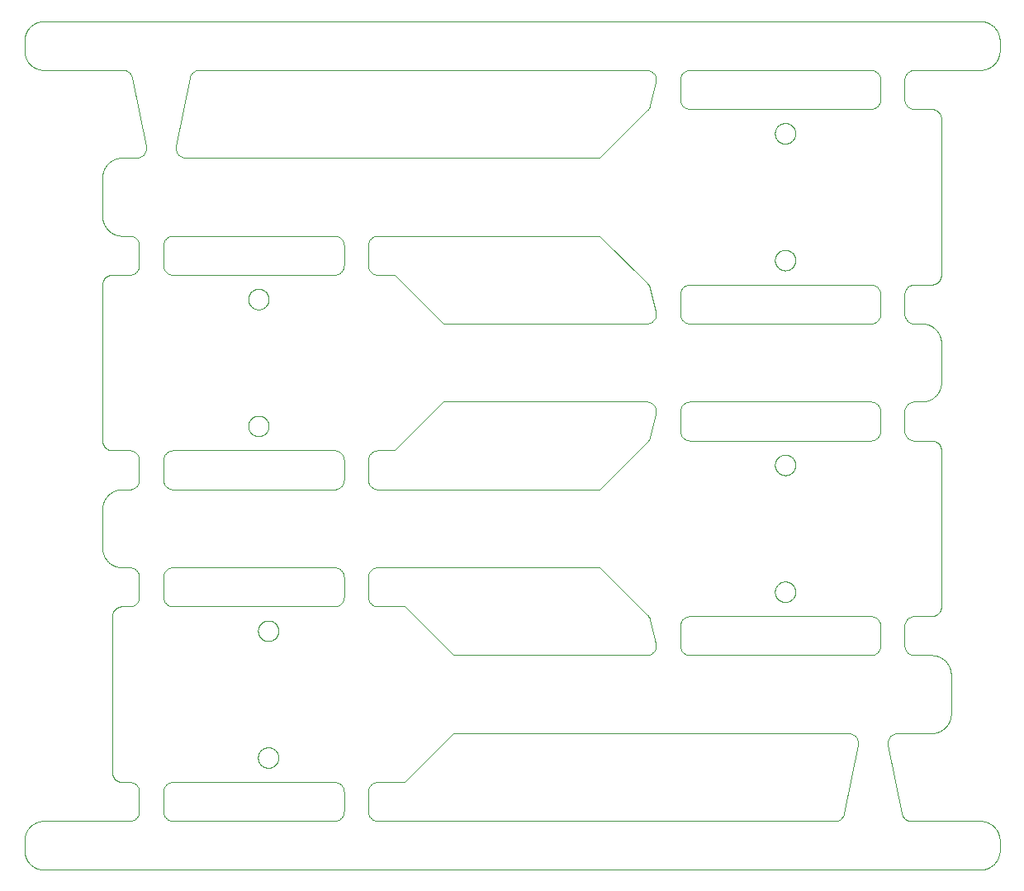
<source format=gko>
%MOIN*%
%OFA0B0*%
%FSLAX36Y36*%
%IPPOS*%
%LPD*%
%ADD10C,0*%
D10*
X000942913Y000964566D02*
X000942913Y000964566D01*
X000942925Y000965582D01*
X000942964Y000966594D01*
X000943023Y000967606D01*
X000943114Y000968618D01*
X000943224Y000969625D01*
X000943362Y000970633D01*
X000943523Y000971633D01*
X000943708Y000972629D01*
X000943917Y000973625D01*
X000944153Y000974610D01*
X000944409Y000975590D01*
X000944692Y000976566D01*
X000945000Y000977535D01*
X000945330Y000978492D01*
X000945685Y000979444D01*
X000946059Y000980385D01*
X000946460Y000981318D01*
X000946881Y000982240D01*
X000947326Y000983153D01*
X000947795Y000984055D01*
X000948283Y000984940D01*
X000948795Y000985818D01*
X000949326Y000986681D01*
X000949881Y000987531D01*
X000950452Y000988370D01*
X000951047Y000989192D01*
X000951661Y000989999D01*
X000952295Y000990791D01*
X000952948Y000991566D01*
X000953622Y000992326D01*
X000954311Y000993070D01*
X000955019Y000993799D01*
X000955748Y000994507D01*
X000956492Y000995196D01*
X000957251Y000995870D01*
X000958027Y000996523D01*
X000958818Y000997157D01*
X000959625Y000997771D01*
X000960448Y000998366D01*
X000961287Y000998937D01*
X000962137Y000999492D01*
X000963000Y001000023D01*
X000963877Y001000535D01*
X000964763Y001001023D01*
X000965665Y001001492D01*
X000966578Y001001936D01*
X000967500Y001002358D01*
X000968433Y001002759D01*
X000969374Y001003133D01*
X000970326Y001003488D01*
X000971283Y001003818D01*
X000972251Y001004125D01*
X000973228Y001004409D01*
X000974208Y001004665D01*
X000975192Y001004901D01*
X000976188Y001005110D01*
X000977185Y001005295D01*
X000978185Y001005456D01*
X000979192Y001005594D01*
X000980200Y001005704D01*
X000981212Y001005795D01*
X000982224Y001005854D01*
X000983236Y001005893D01*
X000984251Y001005905D01*
X000985267Y001005893D01*
X000986279Y001005854D01*
X000987291Y001005795D01*
X000988303Y001005704D01*
X000989311Y001005594D01*
X000990318Y001005456D01*
X000991318Y001005295D01*
X000992314Y001005110D01*
X000993311Y001004901D01*
X000994294Y001004665D01*
X000995275Y001004409D01*
X000996251Y001004125D01*
X000997220Y001003818D01*
X000998177Y001003488D01*
X000999129Y001003133D01*
X001000070Y001002759D01*
X001001003Y001002358D01*
X001001924Y001001936D01*
X001002838Y001001492D01*
X001003740Y001001023D01*
X001004625Y001000535D01*
X001005503Y001000023D01*
X001006365Y000999492D01*
X001007216Y000998937D01*
X001008055Y000998366D01*
X001008877Y000997771D01*
X001009685Y000997157D01*
X001010476Y000996523D01*
X001011251Y000995870D01*
X001012011Y000995196D01*
X001012755Y000994507D01*
X001013484Y000993799D01*
X001014192Y000993070D01*
X001014881Y000992326D01*
X001015555Y000991566D01*
X001016208Y000990791D01*
X001016842Y000989999D01*
X001017456Y000989192D01*
X001018051Y000988370D01*
X001018622Y000987531D01*
X001019177Y000986681D01*
X001019708Y000985818D01*
X001020220Y000984940D01*
X001020708Y000984055D01*
X001021177Y000983153D01*
X001021622Y000982240D01*
X001022043Y000981318D01*
X001022444Y000980385D01*
X001022818Y000979444D01*
X001023173Y000978492D01*
X001023503Y000977535D01*
X001023811Y000976566D01*
X001024094Y000975590D01*
X001024350Y000974610D01*
X001024586Y000973625D01*
X001024795Y000972629D01*
X001024980Y000971633D01*
X001025141Y000970633D01*
X001025279Y000969625D01*
X001025389Y000968618D01*
X001025480Y000967606D01*
X001025539Y000966594D01*
X001025578Y000965582D01*
X001025590Y000964566D01*
X001025578Y000963551D01*
X001025539Y000962539D01*
X001025480Y000961527D01*
X001025389Y000960515D01*
X001025279Y000959507D01*
X001025141Y000958499D01*
X001024980Y000957500D01*
X001024795Y000956503D01*
X001024586Y000955507D01*
X001024350Y000954523D01*
X001024094Y000953543D01*
X001023811Y000952566D01*
X001023503Y000951598D01*
X001023173Y000950641D01*
X001022818Y000949688D01*
X001022444Y000948748D01*
X001022043Y000947814D01*
X001021622Y000946893D01*
X001021177Y000945980D01*
X001020708Y000945078D01*
X001020220Y000944193D01*
X001019708Y000943314D01*
X001019177Y000942453D01*
X001018622Y000941602D01*
X001018051Y000940763D01*
X001017456Y000939941D01*
X001016842Y000939133D01*
X001016208Y000938342D01*
X001015555Y000937566D01*
X001014881Y000936807D01*
X001014192Y000936062D01*
X001013484Y000935334D01*
X001012755Y000934625D01*
X001012011Y000933937D01*
X001011251Y000933263D01*
X001010476Y000932610D01*
X001009685Y000931976D01*
X001008877Y000931362D01*
X001008055Y000930767D01*
X001007216Y000930196D01*
X001006365Y000929641D01*
X001005503Y000929110D01*
X001004625Y000928598D01*
X001003740Y000928110D01*
X001002838Y000927641D01*
X001001924Y000927196D01*
X001001003Y000926775D01*
X001000070Y000926374D01*
X000999129Y000925999D01*
X000998177Y000925645D01*
X000997220Y000925314D01*
X000996251Y000925007D01*
X000995275Y000924724D01*
X000994294Y000924468D01*
X000993311Y000924232D01*
X000992314Y000924023D01*
X000991318Y000923838D01*
X000990318Y000923677D01*
X000989311Y000923539D01*
X000988303Y000923429D01*
X000987291Y000923338D01*
X000986279Y000923279D01*
X000985267Y000923240D01*
X000984251Y000923228D01*
X000983236Y000923240D01*
X000982224Y000923279D01*
X000981212Y000923338D01*
X000980200Y000923429D01*
X000979192Y000923539D01*
X000978185Y000923677D01*
X000977185Y000923838D01*
X000976188Y000924023D01*
X000975192Y000924232D01*
X000974208Y000924468D01*
X000973228Y000924724D01*
X000972251Y000925007D01*
X000971283Y000925314D01*
X000970326Y000925645D01*
X000969374Y000925999D01*
X000968433Y000926374D01*
X000967500Y000926775D01*
X000966578Y000927196D01*
X000965665Y000927641D01*
X000964763Y000928110D01*
X000963877Y000928598D01*
X000963000Y000929110D01*
X000962137Y000929641D01*
X000961287Y000930196D01*
X000960448Y000930767D01*
X000959625Y000931362D01*
X000958818Y000931976D01*
X000958027Y000932610D01*
X000957251Y000933263D01*
X000956492Y000933937D01*
X000955748Y000934625D01*
X000955019Y000935334D01*
X000954311Y000936062D01*
X000953622Y000936807D01*
X000952948Y000937566D01*
X000952295Y000938342D01*
X000951661Y000939133D01*
X000951047Y000939941D01*
X000950452Y000940763D01*
X000949881Y000941602D01*
X000949326Y000942453D01*
X000948795Y000943314D01*
X000948283Y000944193D01*
X000947795Y000945078D01*
X000947326Y000945980D01*
X000946881Y000946893D01*
X000946460Y000947814D01*
X000946059Y000948748D01*
X000945685Y000949688D01*
X000945330Y000950641D01*
X000945000Y000951598D01*
X000944692Y000952566D01*
X000944409Y000953543D01*
X000944153Y000954523D01*
X000943917Y000955507D01*
X000943708Y000956503D01*
X000943523Y000957500D01*
X000943362Y000958499D01*
X000943224Y000959507D01*
X000943114Y000960515D01*
X000943023Y000961527D01*
X000942964Y000962539D01*
X000942925Y000963551D01*
X000942913Y000964566D01*
X000942913Y001476377D02*
X000942913Y001476377D01*
X000942925Y001477393D01*
X000942964Y001478405D01*
X000943023Y001479417D01*
X000943114Y001480429D01*
X000943224Y001481437D01*
X000943362Y001482444D01*
X000943523Y001483444D01*
X000943708Y001484440D01*
X000943917Y001485437D01*
X000944153Y001486421D01*
X000944409Y001487401D01*
X000944692Y001488378D01*
X000945000Y001489346D01*
X000945330Y001490303D01*
X000945685Y001491255D01*
X000946059Y001492197D01*
X000946460Y001493129D01*
X000946881Y001494051D01*
X000947326Y001494964D01*
X000947795Y001495866D01*
X000948283Y001496751D01*
X000948795Y001497629D01*
X000949326Y001498492D01*
X000949881Y001499342D01*
X000950452Y001500181D01*
X000951047Y001501003D01*
X000951661Y001501811D01*
X000952295Y001502602D01*
X000952948Y001503377D01*
X000953622Y001504137D01*
X000954311Y001504881D01*
X000955019Y001505610D01*
X000955748Y001506318D01*
X000956492Y001507007D01*
X000957251Y001507681D01*
X000958027Y001508334D01*
X000958818Y001508968D01*
X000959625Y001509582D01*
X000960448Y001510177D01*
X000961287Y001510748D01*
X000962137Y001511303D01*
X000963000Y001511834D01*
X000963877Y001512346D01*
X000964763Y001512834D01*
X000965665Y001513303D01*
X000966578Y001513748D01*
X000967500Y001514169D01*
X000968433Y001514570D01*
X000969374Y001514944D01*
X000970326Y001515299D01*
X000971283Y001515629D01*
X000972251Y001515937D01*
X000973228Y001516220D01*
X000974208Y001516476D01*
X000975192Y001516712D01*
X000976188Y001516921D01*
X000977185Y001517106D01*
X000978185Y001517267D01*
X000979192Y001517405D01*
X000980200Y001517515D01*
X000981212Y001517606D01*
X000982224Y001517665D01*
X000983236Y001517704D01*
X000984251Y001517716D01*
X000985267Y001517704D01*
X000986279Y001517665D01*
X000987291Y001517606D01*
X000988303Y001517515D01*
X000989311Y001517405D01*
X000990318Y001517267D01*
X000991318Y001517106D01*
X000992314Y001516921D01*
X000993311Y001516712D01*
X000994294Y001516476D01*
X000995275Y001516220D01*
X000996251Y001515937D01*
X000997220Y001515629D01*
X000998177Y001515299D01*
X000999129Y001514944D01*
X001000070Y001514570D01*
X001001003Y001514169D01*
X001001924Y001513748D01*
X001002838Y001513303D01*
X001003740Y001512834D01*
X001004625Y001512346D01*
X001005503Y001511834D01*
X001006365Y001511303D01*
X001007216Y001510748D01*
X001008055Y001510177D01*
X001008877Y001509582D01*
X001009685Y001508968D01*
X001010476Y001508334D01*
X001011251Y001507681D01*
X001012011Y001507007D01*
X001012755Y001506318D01*
X001013484Y001505610D01*
X001014192Y001504881D01*
X001014881Y001504137D01*
X001015555Y001503377D01*
X001016208Y001502602D01*
X001016842Y001501811D01*
X001017456Y001501003D01*
X001018051Y001500181D01*
X001018622Y001499342D01*
X001019177Y001498492D01*
X001019708Y001497629D01*
X001020220Y001496751D01*
X001020708Y001495866D01*
X001021177Y001494964D01*
X001021622Y001494051D01*
X001022043Y001493129D01*
X001022444Y001492197D01*
X001022818Y001491255D01*
X001023173Y001490303D01*
X001023503Y001489346D01*
X001023811Y001488378D01*
X001024094Y001487401D01*
X001024350Y001486421D01*
X001024586Y001485437D01*
X001024795Y001484440D01*
X001024980Y001483444D01*
X001025141Y001482444D01*
X001025279Y001481437D01*
X001025389Y001480429D01*
X001025480Y001479417D01*
X001025539Y001478405D01*
X001025578Y001477393D01*
X001025590Y001476377D01*
X001025578Y001475362D01*
X001025539Y001474350D01*
X001025480Y001473338D01*
X001025389Y001472326D01*
X001025279Y001471318D01*
X001025141Y001470311D01*
X001024980Y001469311D01*
X001024795Y001468314D01*
X001024586Y001467318D01*
X001024350Y001466334D01*
X001024094Y001465354D01*
X001023811Y001464377D01*
X001023503Y001463409D01*
X001023173Y001462452D01*
X001022818Y001461500D01*
X001022444Y001460559D01*
X001022043Y001459625D01*
X001021622Y001458704D01*
X001021177Y001457791D01*
X001020708Y001456889D01*
X001020220Y001456003D01*
X001019708Y001455125D01*
X001019177Y001454263D01*
X001018622Y001453413D01*
X001018051Y001452574D01*
X001017456Y001451751D01*
X001016842Y001450944D01*
X001016208Y001450153D01*
X001015555Y001449377D01*
X001014881Y001448618D01*
X001014192Y001447874D01*
X001013484Y001447145D01*
X001012755Y001446437D01*
X001012011Y001445748D01*
X001011251Y001445074D01*
X001010476Y001444421D01*
X001009685Y001443787D01*
X001008877Y001443173D01*
X001008055Y001442578D01*
X001007216Y001442007D01*
X001006365Y001441452D01*
X001005503Y001440921D01*
X001004625Y001440409D01*
X001003740Y001439921D01*
X001002838Y001439452D01*
X001001924Y001439007D01*
X001001003Y001438586D01*
X001000070Y001438185D01*
X000999129Y001437811D01*
X000998177Y001437456D01*
X000997220Y001437125D01*
X000996251Y001436818D01*
X000995275Y001436535D01*
X000994294Y001436279D01*
X000993311Y001436043D01*
X000992314Y001435834D01*
X000991318Y001435649D01*
X000990318Y001435488D01*
X000989311Y001435350D01*
X000988303Y001435240D01*
X000987291Y001435149D01*
X000986279Y001435090D01*
X000985267Y001435051D01*
X000984251Y001435039D01*
X000983236Y001435051D01*
X000982224Y001435090D01*
X000981212Y001435149D01*
X000980200Y001435240D01*
X000979192Y001435350D01*
X000978185Y001435488D01*
X000977185Y001435649D01*
X000976188Y001435834D01*
X000975192Y001436043D01*
X000974208Y001436279D01*
X000973228Y001436535D01*
X000972251Y001436818D01*
X000971283Y001437125D01*
X000970326Y001437456D01*
X000969374Y001437811D01*
X000968433Y001438185D01*
X000967500Y001438586D01*
X000966578Y001439007D01*
X000965665Y001439452D01*
X000964763Y001439921D01*
X000963877Y001440409D01*
X000963000Y001440921D01*
X000962137Y001441452D01*
X000961287Y001442007D01*
X000960448Y001442578D01*
X000959625Y001443173D01*
X000958818Y001443787D01*
X000958027Y001444421D01*
X000957251Y001445074D01*
X000956492Y001445748D01*
X000955748Y001446437D01*
X000955019Y001447145D01*
X000954311Y001447874D01*
X000953622Y001448618D01*
X000952948Y001449377D01*
X000952295Y001450153D01*
X000951661Y001450944D01*
X000951047Y001451751D01*
X000950452Y001452574D01*
X000949881Y001453413D01*
X000949326Y001454263D01*
X000948795Y001455125D01*
X000948283Y001456003D01*
X000947795Y001456889D01*
X000947326Y001457791D01*
X000946881Y001458704D01*
X000946460Y001459625D01*
X000946059Y001460559D01*
X000945685Y001461500D01*
X000945330Y001462452D01*
X000945000Y001463409D01*
X000944692Y001464377D01*
X000944409Y001465354D01*
X000944153Y001466334D01*
X000943917Y001467318D01*
X000943708Y001468314D01*
X000943523Y001469311D01*
X000943362Y001470311D01*
X000943224Y001471318D01*
X000943114Y001472326D01*
X000943023Y001473338D01*
X000942964Y001474350D01*
X000942925Y001475362D01*
X000942913Y001476377D01*
X003112204Y002145669D02*
X003112204Y002145669D01*
X003112192Y002144653D01*
X003112153Y002143641D01*
X003112094Y002142629D01*
X003112003Y002141618D01*
X003111893Y002140610D01*
X003111755Y002139602D01*
X003111594Y002138602D01*
X003111409Y002137606D01*
X003111200Y002136610D01*
X003110964Y002135625D01*
X003110708Y002134645D01*
X003110425Y002133669D01*
X003110118Y002132700D01*
X003109787Y002131744D01*
X003109433Y002130791D01*
X003109059Y002129850D01*
X003108657Y002128917D01*
X003108236Y002127996D01*
X003107791Y002127082D01*
X003107322Y002126181D01*
X003106834Y002125295D01*
X003106322Y002124417D01*
X003105791Y002123555D01*
X003105236Y002122704D01*
X003104665Y002121866D01*
X003104070Y002121043D01*
X003103456Y002120236D01*
X003102822Y002119444D01*
X003102169Y002118669D01*
X003101496Y002117909D01*
X003100807Y002117165D01*
X003100098Y002116436D01*
X003099370Y002115728D01*
X003098625Y002115039D01*
X003097866Y002114366D01*
X003097090Y002113712D01*
X003096299Y002113078D01*
X003095492Y002112464D01*
X003094669Y002111870D01*
X003093830Y002111299D01*
X003092980Y002110744D01*
X003092118Y002110212D01*
X003091240Y002109700D01*
X003090354Y002109212D01*
X003089452Y002108744D01*
X003088539Y002108299D01*
X003087618Y002107877D01*
X003086685Y002107476D01*
X003085744Y002107102D01*
X003084791Y002106748D01*
X003083834Y002106417D01*
X003082866Y002106110D01*
X003081889Y002105826D01*
X003080909Y002105570D01*
X003079925Y002105334D01*
X003078929Y002105125D01*
X003077933Y002104940D01*
X003076933Y002104779D01*
X003075925Y002104641D01*
X003074917Y002104531D01*
X003073905Y002104440D01*
X003072893Y002104381D01*
X003071881Y002104342D01*
X003070866Y002104330D01*
X003069850Y002104342D01*
X003068838Y002104381D01*
X003067826Y002104440D01*
X003066814Y002104531D01*
X003065807Y002104641D01*
X003064799Y002104779D01*
X003063799Y002104940D01*
X003062803Y002105125D01*
X003061807Y002105334D01*
X003060823Y002105570D01*
X003059842Y002105826D01*
X003058866Y002106110D01*
X003057897Y002106417D01*
X003056940Y002106748D01*
X003055988Y002107102D01*
X003055047Y002107476D01*
X003054114Y002107877D01*
X003053193Y002108299D01*
X003052279Y002108744D01*
X003051377Y002109212D01*
X003050492Y002109700D01*
X003049614Y002110212D01*
X003048752Y002110744D01*
X003047901Y002111299D01*
X003047062Y002111870D01*
X003046240Y002112464D01*
X003045433Y002113078D01*
X003044641Y002113712D01*
X003043866Y002114366D01*
X003043106Y002115039D01*
X003042362Y002115728D01*
X003041633Y002116436D01*
X003040925Y002117165D01*
X003040236Y002117909D01*
X003039563Y002118669D01*
X003038909Y002119444D01*
X003038275Y002120236D01*
X003037661Y002121043D01*
X003037066Y002121866D01*
X003036496Y002122704D01*
X003035940Y002123555D01*
X003035409Y002124417D01*
X003034897Y002125295D01*
X003034409Y002126181D01*
X003033940Y002127082D01*
X003033496Y002127996D01*
X003033074Y002128917D01*
X003032673Y002129850D01*
X003032299Y002130791D01*
X003031944Y002131744D01*
X003031614Y002132700D01*
X003031307Y002133669D01*
X003031023Y002134645D01*
X003030767Y002135625D01*
X003030531Y002136610D01*
X003030322Y002137606D01*
X003030137Y002138602D01*
X003029976Y002139602D01*
X003029838Y002140610D01*
X003029728Y002141618D01*
X003029637Y002142629D01*
X003029578Y002143641D01*
X003029539Y002144653D01*
X003029527Y002145669D01*
X003029539Y002146685D01*
X003029578Y002147696D01*
X003029637Y002148708D01*
X003029728Y002149720D01*
X003029838Y002150728D01*
X003029976Y002151736D01*
X003030137Y002152736D01*
X003030322Y002153732D01*
X003030531Y002154728D01*
X003030767Y002155712D01*
X003031023Y002156692D01*
X003031307Y002157669D01*
X003031614Y002158637D01*
X003031944Y002159594D01*
X003032299Y002160547D01*
X003032673Y002161488D01*
X003033074Y002162421D01*
X003033496Y002163342D01*
X003033940Y002164255D01*
X003034409Y002165157D01*
X003034897Y002166042D01*
X003035409Y002166921D01*
X003035940Y002167783D01*
X003036496Y002168633D01*
X003037066Y002169472D01*
X003037661Y002170294D01*
X003038275Y002171102D01*
X003038909Y002171893D01*
X003039563Y002172669D01*
X003040236Y002173429D01*
X003040925Y002174173D01*
X003041633Y002174901D01*
X003042362Y002175610D01*
X003043106Y002176298D01*
X003043866Y002176972D01*
X003044641Y002177625D01*
X003045433Y002178259D01*
X003046240Y002178873D01*
X003047062Y002179468D01*
X003047901Y002180039D01*
X003048752Y002180594D01*
X003049614Y002181126D01*
X003050492Y002181637D01*
X003051377Y002182125D01*
X003052279Y002182594D01*
X003053193Y002183039D01*
X003054114Y002183460D01*
X003055047Y002183861D01*
X003055988Y002184236D01*
X003056940Y002184590D01*
X003057897Y002184921D01*
X003058866Y002185228D01*
X003059842Y002185511D01*
X003060823Y002185767D01*
X003061807Y002186003D01*
X003062803Y002186212D01*
X003063799Y002186397D01*
X003064799Y002186559D01*
X003065807Y002186696D01*
X003066814Y002186806D01*
X003067826Y002186897D01*
X003068838Y002186956D01*
X003069850Y002186996D01*
X003070866Y002187007D01*
X003071881Y002186996D01*
X003072893Y002186956D01*
X003073905Y002186897D01*
X003074917Y002186806D01*
X003075925Y002186696D01*
X003076933Y002186559D01*
X003077933Y002186397D01*
X003078929Y002186212D01*
X003079925Y002186003D01*
X003080909Y002185767D01*
X003081889Y002185511D01*
X003082866Y002185228D01*
X003083834Y002184921D01*
X003084791Y002184590D01*
X003085744Y002184236D01*
X003086685Y002183861D01*
X003087618Y002183460D01*
X003088539Y002183039D01*
X003089452Y002182594D01*
X003090354Y002182125D01*
X003091240Y002181637D01*
X003092118Y002181126D01*
X003092980Y002180594D01*
X003093830Y002180039D01*
X003094669Y002179468D01*
X003095492Y002178873D01*
X003096299Y002178259D01*
X003097090Y002177625D01*
X003097866Y002176972D01*
X003098625Y002176298D01*
X003099370Y002175610D01*
X003100098Y002174901D01*
X003100807Y002174173D01*
X003101496Y002173429D01*
X003102169Y002172669D01*
X003102822Y002171893D01*
X003103456Y002171102D01*
X003104070Y002170294D01*
X003104665Y002169472D01*
X003105236Y002168633D01*
X003105791Y002167783D01*
X003106322Y002166921D01*
X003106834Y002166042D01*
X003107322Y002165157D01*
X003107791Y002164255D01*
X003108236Y002163342D01*
X003108657Y002162421D01*
X003109059Y002161488D01*
X003109433Y002160547D01*
X003109787Y002159594D01*
X003110118Y002158637D01*
X003110425Y002157669D01*
X003110708Y002156692D01*
X003110964Y002155712D01*
X003111200Y002154728D01*
X003111409Y002153732D01*
X003111594Y002152736D01*
X003111755Y002151736D01*
X003111893Y002150728D01*
X003112003Y002149720D01*
X003112094Y002148708D01*
X003112153Y002147696D01*
X003112192Y002146685D01*
X003112204Y002145669D01*
X003112204Y001633858D02*
X003112204Y001633858D01*
X003112192Y001632842D01*
X003112153Y001631830D01*
X003112094Y001630818D01*
X003112003Y001629807D01*
X003111893Y001628799D01*
X003111755Y001627791D01*
X003111594Y001626791D01*
X003111409Y001625795D01*
X003111200Y001624798D01*
X003110964Y001623814D01*
X003110708Y001622834D01*
X003110425Y001621857D01*
X003110118Y001620889D01*
X003109787Y001619933D01*
X003109433Y001618980D01*
X003109059Y001618038D01*
X003108657Y001617106D01*
X003108236Y001616185D01*
X003107791Y001615271D01*
X003107322Y001614370D01*
X003106834Y001613484D01*
X003106322Y001612606D01*
X003105791Y001611744D01*
X003105236Y001610893D01*
X003104665Y001610055D01*
X003104070Y001609232D01*
X003103456Y001608425D01*
X003102822Y001607633D01*
X003102169Y001606858D01*
X003101496Y001606098D01*
X003100807Y001605354D01*
X003100098Y001604625D01*
X003099370Y001603917D01*
X003098625Y001603228D01*
X003097866Y001602555D01*
X003097090Y001601901D01*
X003096299Y001601267D01*
X003095492Y001600653D01*
X003094669Y001600059D01*
X003093830Y001599488D01*
X003092980Y001598933D01*
X003092118Y001598401D01*
X003091240Y001597889D01*
X003090354Y001597401D01*
X003089452Y001596933D01*
X003088539Y001596488D01*
X003087618Y001596066D01*
X003086685Y001595665D01*
X003085744Y001595291D01*
X003084791Y001594937D01*
X003083834Y001594606D01*
X003082866Y001594299D01*
X003081889Y001594015D01*
X003080909Y001593759D01*
X003079925Y001593523D01*
X003078929Y001593314D01*
X003077933Y001593129D01*
X003076933Y001592968D01*
X003075925Y001592830D01*
X003074917Y001592720D01*
X003073905Y001592629D01*
X003072893Y001592570D01*
X003071881Y001592531D01*
X003070866Y001592519D01*
X003069850Y001592531D01*
X003068838Y001592570D01*
X003067826Y001592629D01*
X003066814Y001592720D01*
X003065807Y001592830D01*
X003064799Y001592968D01*
X003063799Y001593129D01*
X003062803Y001593314D01*
X003061807Y001593523D01*
X003060823Y001593759D01*
X003059842Y001594015D01*
X003058866Y001594299D01*
X003057897Y001594606D01*
X003056940Y001594937D01*
X003055988Y001595291D01*
X003055047Y001595665D01*
X003054114Y001596066D01*
X003053193Y001596488D01*
X003052279Y001596933D01*
X003051377Y001597401D01*
X003050492Y001597889D01*
X003049614Y001598401D01*
X003048752Y001598933D01*
X003047901Y001599488D01*
X003047062Y001600059D01*
X003046240Y001600653D01*
X003045433Y001601267D01*
X003044641Y001601901D01*
X003043866Y001602555D01*
X003043106Y001603228D01*
X003042362Y001603917D01*
X003041633Y001604625D01*
X003040925Y001605354D01*
X003040236Y001606098D01*
X003039563Y001606858D01*
X003038909Y001607633D01*
X003038275Y001608425D01*
X003037661Y001609232D01*
X003037066Y001610055D01*
X003036496Y001610893D01*
X003035940Y001611744D01*
X003035409Y001612606D01*
X003034897Y001613484D01*
X003034409Y001614370D01*
X003033940Y001615271D01*
X003033496Y001616185D01*
X003033074Y001617106D01*
X003032673Y001618038D01*
X003032299Y001618980D01*
X003031944Y001619933D01*
X003031614Y001620889D01*
X003031307Y001621857D01*
X003031023Y001622834D01*
X003030767Y001623814D01*
X003030531Y001624798D01*
X003030322Y001625795D01*
X003030137Y001626791D01*
X003029976Y001627791D01*
X003029838Y001628799D01*
X003029728Y001629807D01*
X003029637Y001630818D01*
X003029578Y001631830D01*
X003029539Y001632842D01*
X003029527Y001633858D01*
X003029539Y001634873D01*
X003029578Y001635885D01*
X003029637Y001636897D01*
X003029728Y001637909D01*
X003029838Y001638917D01*
X003029976Y001639925D01*
X003030137Y001640925D01*
X003030322Y001641921D01*
X003030531Y001642917D01*
X003030767Y001643901D01*
X003031023Y001644881D01*
X003031307Y001645858D01*
X003031614Y001646826D01*
X003031944Y001647783D01*
X003032299Y001648736D01*
X003032673Y001649677D01*
X003033074Y001650610D01*
X003033496Y001651531D01*
X003033940Y001652444D01*
X003034409Y001653346D01*
X003034897Y001654232D01*
X003035409Y001655110D01*
X003035940Y001655972D01*
X003036496Y001656822D01*
X003037066Y001657661D01*
X003037661Y001658484D01*
X003038275Y001659291D01*
X003038909Y001660082D01*
X003039563Y001660858D01*
X003040236Y001661618D01*
X003040925Y001662362D01*
X003041633Y001663090D01*
X003042362Y001663799D01*
X003043106Y001664488D01*
X003043866Y001665161D01*
X003044641Y001665814D01*
X003045433Y001666448D01*
X003046240Y001667062D01*
X003047062Y001667657D01*
X003047901Y001668228D01*
X003048752Y001668783D01*
X003049614Y001669314D01*
X003050492Y001669826D01*
X003051377Y001670314D01*
X003052279Y001670783D01*
X003053193Y001671228D01*
X003054114Y001671649D01*
X003055047Y001672051D01*
X003055988Y001672425D01*
X003056940Y001672779D01*
X003057897Y001673110D01*
X003058866Y001673417D01*
X003059842Y001673700D01*
X003060823Y001673956D01*
X003061807Y001674192D01*
X003062803Y001674401D01*
X003063799Y001674586D01*
X003064799Y001674748D01*
X003065807Y001674885D01*
X003066814Y001674996D01*
X003067826Y001675086D01*
X003068838Y001675145D01*
X003069850Y001675185D01*
X003070866Y001675196D01*
X003071881Y001675185D01*
X003072893Y001675145D01*
X003073905Y001675086D01*
X003074917Y001674996D01*
X003075925Y001674885D01*
X003076933Y001674748D01*
X003077933Y001674586D01*
X003078929Y001674401D01*
X003079925Y001674192D01*
X003080909Y001673956D01*
X003081889Y001673700D01*
X003082866Y001673417D01*
X003083834Y001673110D01*
X003084791Y001672779D01*
X003085744Y001672425D01*
X003086685Y001672051D01*
X003087618Y001671649D01*
X003088539Y001671228D01*
X003089452Y001670783D01*
X003090354Y001670314D01*
X003091240Y001669826D01*
X003092118Y001669314D01*
X003092980Y001668783D01*
X003093830Y001668228D01*
X003094669Y001667657D01*
X003095492Y001667062D01*
X003096299Y001666448D01*
X003097090Y001665814D01*
X003097866Y001665161D01*
X003098625Y001664488D01*
X003099370Y001663799D01*
X003100098Y001663090D01*
X003100807Y001662362D01*
X003101496Y001661618D01*
X003102169Y001660858D01*
X003102822Y001660082D01*
X003103456Y001659291D01*
X003104070Y001658484D01*
X003104665Y001657661D01*
X003105236Y001656822D01*
X003105791Y001655972D01*
X003106322Y001655110D01*
X003106834Y001654232D01*
X003107322Y001653346D01*
X003107791Y001652444D01*
X003108236Y001651531D01*
X003108657Y001650610D01*
X003109059Y001649677D01*
X003109433Y001648736D01*
X003109787Y001647783D01*
X003110118Y001646826D01*
X003110425Y001645858D01*
X003110708Y001644881D01*
X003110964Y001643901D01*
X003111200Y001642917D01*
X003111409Y001641921D01*
X003111594Y001640925D01*
X003111755Y001639925D01*
X003111893Y001638917D01*
X003112003Y001637909D01*
X003112094Y001636897D01*
X003112153Y001635885D01*
X003112192Y001634873D01*
X003112204Y001633858D01*
X000903543Y002303149D02*
X000903543Y002303149D01*
X000903555Y002304165D01*
X000903594Y002305177D01*
X000903653Y002306188D01*
X000903744Y002307200D01*
X000903854Y002308208D01*
X000903992Y002309216D01*
X000904153Y002310216D01*
X000904338Y002311212D01*
X000904547Y002312208D01*
X000904783Y002313192D01*
X000905039Y002314173D01*
X000905322Y002315149D01*
X000905629Y002316118D01*
X000905960Y002317074D01*
X000906314Y002318027D01*
X000906688Y002318968D01*
X000907090Y002319901D01*
X000907511Y002320822D01*
X000907956Y002321736D01*
X000908425Y002322637D01*
X000908913Y002323523D01*
X000909425Y002324401D01*
X000909956Y002325263D01*
X000910511Y002326114D01*
X000911082Y002326952D01*
X000911677Y002327775D01*
X000912291Y002328582D01*
X000912925Y002329373D01*
X000913578Y002330149D01*
X000914251Y002330909D01*
X000914940Y002331653D01*
X000915649Y002332381D01*
X000916377Y002333090D01*
X000917122Y002333779D01*
X000917881Y002334452D01*
X000918657Y002335106D01*
X000919448Y002335740D01*
X000920255Y002336354D01*
X000921078Y002336948D01*
X000921917Y002337519D01*
X000922767Y002338074D01*
X000923629Y002338606D01*
X000924507Y002339118D01*
X000925393Y002339606D01*
X000926295Y002340074D01*
X000927208Y002340519D01*
X000928129Y002340940D01*
X000929062Y002341342D01*
X000930003Y002341716D01*
X000930956Y002342070D01*
X000931913Y002342401D01*
X000932881Y002342708D01*
X000933858Y002342992D01*
X000934838Y002343248D01*
X000935822Y002343484D01*
X000936818Y002343692D01*
X000937814Y002343877D01*
X000938814Y002344039D01*
X000939822Y002344177D01*
X000940830Y002344287D01*
X000941842Y002344377D01*
X000942854Y002344437D01*
X000943866Y002344476D01*
X000944881Y002344488D01*
X000945897Y002344476D01*
X000946909Y002344437D01*
X000947921Y002344377D01*
X000948933Y002344287D01*
X000949940Y002344177D01*
X000950948Y002344039D01*
X000951948Y002343877D01*
X000952944Y002343692D01*
X000953940Y002343484D01*
X000954924Y002343248D01*
X000955905Y002342992D01*
X000956881Y002342708D01*
X000957850Y002342401D01*
X000958807Y002342070D01*
X000959759Y002341716D01*
X000960700Y002341342D01*
X000961633Y002340940D01*
X000962554Y002340519D01*
X000963468Y002340074D01*
X000964370Y002339606D01*
X000965255Y002339118D01*
X000966133Y002338606D01*
X000966995Y002338074D01*
X000967846Y002337519D01*
X000968685Y002336948D01*
X000969507Y002336354D01*
X000970314Y002335740D01*
X000971106Y002335106D01*
X000971881Y002334452D01*
X000972641Y002333779D01*
X000973385Y002333090D01*
X000974114Y002332381D01*
X000974822Y002331653D01*
X000975511Y002330909D01*
X000976185Y002330149D01*
X000976838Y002329373D01*
X000977472Y002328582D01*
X000978086Y002327775D01*
X000978681Y002326952D01*
X000979251Y002326114D01*
X000979807Y002325263D01*
X000980338Y002324401D01*
X000980850Y002323523D01*
X000981338Y002322637D01*
X000981807Y002321736D01*
X000982251Y002320822D01*
X000982673Y002319901D01*
X000983074Y002318968D01*
X000983448Y002318027D01*
X000983803Y002317074D01*
X000984133Y002316118D01*
X000984440Y002315149D01*
X000984724Y002314173D01*
X000984980Y002313192D01*
X000985216Y002312208D01*
X000985425Y002311212D01*
X000985610Y002310216D01*
X000985771Y002309216D01*
X000985909Y002308208D01*
X000986019Y002307200D01*
X000986110Y002306188D01*
X000986169Y002305177D01*
X000986208Y002304165D01*
X000986220Y002303149D01*
X000986208Y002302133D01*
X000986169Y002301122D01*
X000986110Y002300110D01*
X000986019Y002299098D01*
X000985909Y002298090D01*
X000985771Y002297082D01*
X000985610Y002296082D01*
X000985425Y002295086D01*
X000985216Y002294090D01*
X000984980Y002293106D01*
X000984724Y002292125D01*
X000984440Y002291149D01*
X000984133Y002290181D01*
X000983803Y002289224D01*
X000983448Y002288271D01*
X000983074Y002287330D01*
X000982673Y002286397D01*
X000982251Y002285476D01*
X000981807Y002284562D01*
X000981338Y002283661D01*
X000980850Y002282775D01*
X000980338Y002281897D01*
X000979807Y002281035D01*
X000979251Y002280185D01*
X000978681Y002279346D01*
X000978086Y002278524D01*
X000977472Y002277716D01*
X000976838Y002276925D01*
X000976185Y002276149D01*
X000975511Y002275389D01*
X000974822Y002274645D01*
X000974114Y002273917D01*
X000973385Y002273208D01*
X000972641Y002272520D01*
X000971881Y002271846D01*
X000971106Y002271193D01*
X000970314Y002270559D01*
X000969507Y002269944D01*
X000968685Y002269350D01*
X000967846Y002268779D01*
X000966995Y002268224D01*
X000966133Y002267692D01*
X000965255Y002267181D01*
X000964370Y002266693D01*
X000963468Y002266224D01*
X000962554Y002265779D01*
X000961633Y002265358D01*
X000960700Y002264957D01*
X000959759Y002264582D01*
X000958807Y002264228D01*
X000957850Y002263897D01*
X000956881Y002263590D01*
X000955905Y002263307D01*
X000954924Y002263051D01*
X000953940Y002262814D01*
X000952944Y002262606D01*
X000951948Y002262421D01*
X000950948Y002262259D01*
X000949940Y002262122D01*
X000948933Y002262012D01*
X000947921Y002261921D01*
X000946909Y002261862D01*
X000945897Y002261822D01*
X000944881Y002261811D01*
X000943866Y002261822D01*
X000942854Y002261862D01*
X000941842Y002261921D01*
X000940830Y002262012D01*
X000939822Y002262122D01*
X000938814Y002262259D01*
X000937814Y002262421D01*
X000936818Y002262606D01*
X000935822Y002262814D01*
X000934838Y002263051D01*
X000933858Y002263307D01*
X000932881Y002263590D01*
X000931913Y002263897D01*
X000930956Y002264228D01*
X000930003Y002264582D01*
X000929062Y002264957D01*
X000928129Y002265358D01*
X000927208Y002265779D01*
X000926295Y002266224D01*
X000925393Y002266693D01*
X000924507Y002267181D01*
X000923629Y002267692D01*
X000922767Y002268224D01*
X000921917Y002268779D01*
X000921078Y002269350D01*
X000920255Y002269944D01*
X000919448Y002270559D01*
X000918657Y002271193D01*
X000917881Y002271846D01*
X000917122Y002272520D01*
X000916377Y002273208D01*
X000915649Y002273917D01*
X000914940Y002274645D01*
X000914251Y002275389D01*
X000913578Y002276149D01*
X000912925Y002276925D01*
X000912291Y002277716D01*
X000911677Y002278524D01*
X000911082Y002279346D01*
X000910511Y002280185D01*
X000909956Y002281035D01*
X000909425Y002281897D01*
X000908913Y002282775D01*
X000908425Y002283661D01*
X000907956Y002284562D01*
X000907511Y002285476D01*
X000907090Y002286397D01*
X000906688Y002287330D01*
X000906314Y002288271D01*
X000905960Y002289224D01*
X000905629Y002290181D01*
X000905322Y002291149D01*
X000905039Y002292125D01*
X000904783Y002293106D01*
X000904547Y002294090D01*
X000904338Y002295086D01*
X000904153Y002296082D01*
X000903992Y002297082D01*
X000903854Y002298090D01*
X000903744Y002299098D01*
X000903653Y002300110D01*
X000903594Y002301122D01*
X000903555Y002302133D01*
X000903543Y002303149D01*
X000903543Y002814960D02*
X000903543Y002814960D01*
X000903555Y002815976D01*
X000903594Y002816988D01*
X000903653Y002817999D01*
X000903744Y002819011D01*
X000903854Y002820019D01*
X000903992Y002821027D01*
X000904153Y002822027D01*
X000904338Y002823023D01*
X000904547Y002824020D01*
X000904783Y002825003D01*
X000905039Y002825984D01*
X000905322Y002826961D01*
X000905629Y002827929D01*
X000905960Y002828885D01*
X000906314Y002829838D01*
X000906688Y002830779D01*
X000907090Y002831712D01*
X000907511Y002832633D01*
X000907956Y002833547D01*
X000908425Y002834448D01*
X000908913Y002835334D01*
X000909425Y002836212D01*
X000909956Y002837074D01*
X000910511Y002837925D01*
X000911082Y002838763D01*
X000911677Y002839586D01*
X000912291Y002840393D01*
X000912925Y002841185D01*
X000913578Y002841960D01*
X000914251Y002842720D01*
X000914940Y002843464D01*
X000915649Y002844192D01*
X000916377Y002844901D01*
X000917122Y002845590D01*
X000917881Y002846263D01*
X000918657Y002846917D01*
X000919448Y002847551D01*
X000920255Y002848165D01*
X000921078Y002848759D01*
X000921917Y002849330D01*
X000922767Y002849885D01*
X000923629Y002850417D01*
X000924507Y002850929D01*
X000925393Y002851417D01*
X000926295Y002851885D01*
X000927208Y002852330D01*
X000928129Y002852751D01*
X000929062Y002853153D01*
X000930003Y002853527D01*
X000930956Y002853881D01*
X000931913Y002854212D01*
X000932881Y002854519D01*
X000933858Y002854803D01*
X000934838Y002855059D01*
X000935822Y002855295D01*
X000936818Y002855503D01*
X000937814Y002855688D01*
X000938814Y002855850D01*
X000939822Y002855988D01*
X000940830Y002856098D01*
X000941842Y002856188D01*
X000942854Y002856248D01*
X000943866Y002856287D01*
X000944881Y002856299D01*
X000945897Y002856287D01*
X000946909Y002856248D01*
X000947921Y002856188D01*
X000948933Y002856098D01*
X000949940Y002855988D01*
X000950948Y002855850D01*
X000951948Y002855688D01*
X000952944Y002855503D01*
X000953940Y002855295D01*
X000954924Y002855059D01*
X000955905Y002854803D01*
X000956881Y002854519D01*
X000957850Y002854212D01*
X000958807Y002853881D01*
X000959759Y002853527D01*
X000960700Y002853153D01*
X000961633Y002852751D01*
X000962554Y002852330D01*
X000963468Y002851885D01*
X000964370Y002851417D01*
X000965255Y002850929D01*
X000966133Y002850417D01*
X000966995Y002849885D01*
X000967846Y002849330D01*
X000968685Y002848759D01*
X000969507Y002848165D01*
X000970314Y002847551D01*
X000971106Y002846917D01*
X000971881Y002846263D01*
X000972641Y002845590D01*
X000973385Y002844901D01*
X000974114Y002844192D01*
X000974822Y002843464D01*
X000975511Y002842720D01*
X000976185Y002841960D01*
X000976838Y002841185D01*
X000977472Y002840393D01*
X000978086Y002839586D01*
X000978681Y002838763D01*
X000979251Y002837925D01*
X000979807Y002837074D01*
X000980338Y002836212D01*
X000980850Y002835334D01*
X000981338Y002834448D01*
X000981807Y002833547D01*
X000982251Y002832633D01*
X000982673Y002831712D01*
X000983074Y002830779D01*
X000983448Y002829838D01*
X000983803Y002828885D01*
X000984133Y002827929D01*
X000984440Y002826961D01*
X000984724Y002825984D01*
X000984980Y002825003D01*
X000985216Y002824020D01*
X000985425Y002823023D01*
X000985610Y002822027D01*
X000985771Y002821027D01*
X000985909Y002820019D01*
X000986019Y002819011D01*
X000986110Y002817999D01*
X000986169Y002816988D01*
X000986208Y002815976D01*
X000986220Y002814960D01*
X000986208Y002813945D01*
X000986169Y002812933D01*
X000986110Y002811921D01*
X000986019Y002810909D01*
X000985909Y002809901D01*
X000985771Y002808893D01*
X000985610Y002807893D01*
X000985425Y002806897D01*
X000985216Y002805901D01*
X000984980Y002804917D01*
X000984724Y002803937D01*
X000984440Y002802960D01*
X000984133Y002801992D01*
X000983803Y002801035D01*
X000983448Y002800082D01*
X000983074Y002799141D01*
X000982673Y002798208D01*
X000982251Y002797287D01*
X000981807Y002796374D01*
X000981338Y002795472D01*
X000980850Y002794586D01*
X000980338Y002793708D01*
X000979807Y002792846D01*
X000979251Y002791996D01*
X000978681Y002791157D01*
X000978086Y002790334D01*
X000977472Y002789527D01*
X000976838Y002788736D01*
X000976185Y002787960D01*
X000975511Y002787200D01*
X000974822Y002786456D01*
X000974114Y002785728D01*
X000973385Y002785019D01*
X000972641Y002784330D01*
X000971881Y002783657D01*
X000971106Y002783003D01*
X000970314Y002782370D01*
X000969507Y002781755D01*
X000968685Y002781161D01*
X000967846Y002780590D01*
X000966995Y002780035D01*
X000966133Y002779503D01*
X000965255Y002778992D01*
X000964370Y002778503D01*
X000963468Y002778035D01*
X000962554Y002777590D01*
X000961633Y002777169D01*
X000960700Y002776767D01*
X000959759Y002776393D01*
X000958807Y002776039D01*
X000957850Y002775708D01*
X000956881Y002775401D01*
X000955905Y002775118D01*
X000954924Y002774862D01*
X000953940Y002774625D01*
X000952944Y002774417D01*
X000951948Y002774232D01*
X000950948Y002774070D01*
X000949940Y002773933D01*
X000948933Y002773822D01*
X000947921Y002773732D01*
X000946909Y002773673D01*
X000945897Y002773633D01*
X000944881Y002773622D01*
X000943866Y002773633D01*
X000942854Y002773673D01*
X000941842Y002773732D01*
X000940830Y002773822D01*
X000939822Y002773933D01*
X000938814Y002774070D01*
X000937814Y002774232D01*
X000936818Y002774417D01*
X000935822Y002774625D01*
X000934838Y002774862D01*
X000933858Y002775118D01*
X000932881Y002775401D01*
X000931913Y002775708D01*
X000930956Y002776039D01*
X000930003Y002776393D01*
X000929062Y002776767D01*
X000928129Y002777169D01*
X000927208Y002777590D01*
X000926295Y002778035D01*
X000925393Y002778503D01*
X000924507Y002778992D01*
X000923629Y002779503D01*
X000922767Y002780035D01*
X000921917Y002780590D01*
X000921078Y002781161D01*
X000920255Y002781755D01*
X000919448Y002782370D01*
X000918657Y002783003D01*
X000917881Y002783657D01*
X000917122Y002784330D01*
X000916377Y002785019D01*
X000915649Y002785728D01*
X000914940Y002786456D01*
X000914251Y002787200D01*
X000913578Y002787960D01*
X000912925Y002788736D01*
X000912291Y002789527D01*
X000911677Y002790334D01*
X000911082Y002791157D01*
X000910511Y002791996D01*
X000909956Y002792846D01*
X000909425Y002793708D01*
X000908913Y002794586D01*
X000908425Y002795472D01*
X000907956Y002796374D01*
X000907511Y002797287D01*
X000907090Y002798208D01*
X000906688Y002799141D01*
X000906314Y002800082D01*
X000905960Y002801035D01*
X000905629Y002801992D01*
X000905322Y002802960D01*
X000905039Y002803937D01*
X000904783Y002804917D01*
X000904547Y002805901D01*
X000904338Y002806897D01*
X000904153Y002807893D01*
X000903992Y002808893D01*
X000903854Y002809901D01*
X000903744Y002810909D01*
X000903653Y002811921D01*
X000903594Y002812933D01*
X000903555Y002813945D01*
X000903543Y002814960D01*
X003112204Y003484251D02*
X003112204Y003484251D01*
X003112192Y003483236D01*
X003112153Y003482224D01*
X003112094Y003481212D01*
X003112003Y003480200D01*
X003111893Y003479192D01*
X003111755Y003478185D01*
X003111594Y003477185D01*
X003111409Y003476188D01*
X003111200Y003475192D01*
X003110964Y003474208D01*
X003110708Y003473228D01*
X003110425Y003472251D01*
X003110118Y003471283D01*
X003109787Y003470326D01*
X003109433Y003469374D01*
X003109059Y003468433D01*
X003108657Y003467500D01*
X003108236Y003466578D01*
X003107791Y003465665D01*
X003107322Y003464763D01*
X003106834Y003463877D01*
X003106322Y003463000D01*
X003105791Y003462137D01*
X003105236Y003461287D01*
X003104665Y003460448D01*
X003104070Y003459625D01*
X003103456Y003458818D01*
X003102822Y003458027D01*
X003102169Y003457251D01*
X003101496Y003456492D01*
X003100807Y003455748D01*
X003100098Y003455019D01*
X003099370Y003454311D01*
X003098625Y003453622D01*
X003097866Y003452948D01*
X003097090Y003452295D01*
X003096299Y003451661D01*
X003095492Y003451047D01*
X003094669Y003450452D01*
X003093830Y003449881D01*
X003092980Y003449326D01*
X003092118Y003448795D01*
X003091240Y003448283D01*
X003090354Y003447795D01*
X003089452Y003447326D01*
X003088539Y003446881D01*
X003087618Y003446460D01*
X003086685Y003446059D01*
X003085744Y003445685D01*
X003084791Y003445330D01*
X003083834Y003445000D01*
X003082866Y003444692D01*
X003081889Y003444409D01*
X003080909Y003444153D01*
X003079925Y003443917D01*
X003078929Y003443708D01*
X003077933Y003443523D01*
X003076933Y003443362D01*
X003075925Y003443224D01*
X003074917Y003443114D01*
X003073905Y003443023D01*
X003072893Y003442964D01*
X003071881Y003442925D01*
X003070866Y003442913D01*
X003069850Y003442925D01*
X003068838Y003442964D01*
X003067826Y003443023D01*
X003066814Y003443114D01*
X003065807Y003443224D01*
X003064799Y003443362D01*
X003063799Y003443523D01*
X003062803Y003443708D01*
X003061807Y003443917D01*
X003060823Y003444153D01*
X003059842Y003444409D01*
X003058866Y003444692D01*
X003057897Y003445000D01*
X003056940Y003445330D01*
X003055988Y003445685D01*
X003055047Y003446059D01*
X003054114Y003446460D01*
X003053193Y003446881D01*
X003052279Y003447326D01*
X003051377Y003447795D01*
X003050492Y003448283D01*
X003049614Y003448795D01*
X003048752Y003449326D01*
X003047901Y003449881D01*
X003047062Y003450452D01*
X003046240Y003451047D01*
X003045433Y003451661D01*
X003044641Y003452295D01*
X003043866Y003452948D01*
X003043106Y003453622D01*
X003042362Y003454311D01*
X003041633Y003455019D01*
X003040925Y003455748D01*
X003040236Y003456492D01*
X003039563Y003457251D01*
X003038909Y003458027D01*
X003038275Y003458818D01*
X003037661Y003459625D01*
X003037066Y003460448D01*
X003036496Y003461287D01*
X003035940Y003462137D01*
X003035409Y003463000D01*
X003034897Y003463877D01*
X003034409Y003464763D01*
X003033940Y003465665D01*
X003033496Y003466578D01*
X003033074Y003467500D01*
X003032673Y003468433D01*
X003032299Y003469374D01*
X003031944Y003470326D01*
X003031614Y003471283D01*
X003031307Y003472251D01*
X003031023Y003473228D01*
X003030767Y003474208D01*
X003030531Y003475192D01*
X003030322Y003476188D01*
X003030137Y003477185D01*
X003029976Y003478185D01*
X003029838Y003479192D01*
X003029728Y003480200D01*
X003029637Y003481212D01*
X003029578Y003482224D01*
X003029539Y003483236D01*
X003029527Y003484251D01*
X003029539Y003485267D01*
X003029578Y003486279D01*
X003029637Y003487291D01*
X003029728Y003488303D01*
X003029838Y003489311D01*
X003029976Y003490318D01*
X003030137Y003491318D01*
X003030322Y003492314D01*
X003030531Y003493311D01*
X003030767Y003494295D01*
X003031023Y003495275D01*
X003031307Y003496251D01*
X003031614Y003497220D01*
X003031944Y003498177D01*
X003032299Y003499129D01*
X003032673Y003500070D01*
X003033074Y003501003D01*
X003033496Y003501925D01*
X003033940Y003502838D01*
X003034409Y003503740D01*
X003034897Y003504625D01*
X003035409Y003505503D01*
X003035940Y003506365D01*
X003036496Y003507216D01*
X003037066Y003508055D01*
X003037661Y003508877D01*
X003038275Y003509685D01*
X003038909Y003510476D01*
X003039563Y003511251D01*
X003040236Y003512011D01*
X003040925Y003512755D01*
X003041633Y003513484D01*
X003042362Y003514192D01*
X003043106Y003514881D01*
X003043866Y003515555D01*
X003044641Y003516208D01*
X003045433Y003516842D01*
X003046240Y003517456D01*
X003047062Y003518051D01*
X003047901Y003518622D01*
X003048752Y003519177D01*
X003049614Y003519708D01*
X003050492Y003520220D01*
X003051377Y003520708D01*
X003052279Y003521177D01*
X003053193Y003521622D01*
X003054114Y003522043D01*
X003055047Y003522444D01*
X003055988Y003522818D01*
X003056940Y003523173D01*
X003057897Y003523503D01*
X003058866Y003523811D01*
X003059842Y003524094D01*
X003060823Y003524350D01*
X003061807Y003524586D01*
X003062803Y003524795D01*
X003063799Y003524980D01*
X003064799Y003525141D01*
X003065807Y003525279D01*
X003066814Y003525389D01*
X003067826Y003525480D01*
X003068838Y003525539D01*
X003069850Y003525578D01*
X003070866Y003525590D01*
X003071881Y003525578D01*
X003072893Y003525539D01*
X003073905Y003525480D01*
X003074917Y003525389D01*
X003075925Y003525279D01*
X003076933Y003525141D01*
X003077933Y003524980D01*
X003078929Y003524795D01*
X003079925Y003524586D01*
X003080909Y003524350D01*
X003081889Y003524094D01*
X003082866Y003523811D01*
X003083834Y003523503D01*
X003084791Y003523173D01*
X003085744Y003522818D01*
X003086685Y003522444D01*
X003087618Y003522043D01*
X003088539Y003521622D01*
X003089452Y003521177D01*
X003090354Y003520708D01*
X003091240Y003520220D01*
X003092118Y003519708D01*
X003092980Y003519177D01*
X003093830Y003518622D01*
X003094669Y003518051D01*
X003095492Y003517456D01*
X003096299Y003516842D01*
X003097090Y003516208D01*
X003097866Y003515555D01*
X003098625Y003514881D01*
X003099370Y003514192D01*
X003100098Y003513484D01*
X003100807Y003512755D01*
X003101496Y003512011D01*
X003102169Y003511251D01*
X003102822Y003510476D01*
X003103456Y003509685D01*
X003104070Y003508877D01*
X003104665Y003508055D01*
X003105236Y003507216D01*
X003105791Y003506365D01*
X003106322Y003505503D01*
X003106834Y003504625D01*
X003107322Y003503740D01*
X003107791Y003502838D01*
X003108236Y003501925D01*
X003108657Y003501003D01*
X003109059Y003500070D01*
X003109433Y003499129D01*
X003109787Y003498177D01*
X003110118Y003497220D01*
X003110425Y003496251D01*
X003110708Y003495275D01*
X003110964Y003494295D01*
X003111200Y003493311D01*
X003111409Y003492314D01*
X003111594Y003491318D01*
X003111755Y003490318D01*
X003111893Y003489311D01*
X003112003Y003488303D01*
X003112094Y003487291D01*
X003112153Y003486279D01*
X003112192Y003485267D01*
X003112204Y003484251D01*
X003112204Y002972440D02*
X003112204Y002972440D01*
X003112192Y002971425D01*
X003112153Y002970413D01*
X003112094Y002969401D01*
X003112003Y002968389D01*
X003111893Y002967381D01*
X003111755Y002966374D01*
X003111594Y002965374D01*
X003111409Y002964377D01*
X003111200Y002963381D01*
X003110964Y002962397D01*
X003110708Y002961417D01*
X003110425Y002960440D01*
X003110118Y002959472D01*
X003109787Y002958515D01*
X003109433Y002957562D01*
X003109059Y002956621D01*
X003108657Y002955688D01*
X003108236Y002954767D01*
X003107791Y002953853D01*
X003107322Y002952952D01*
X003106834Y002952066D01*
X003106322Y002951188D01*
X003105791Y002950326D01*
X003105236Y002949476D01*
X003104665Y002948637D01*
X003104070Y002947814D01*
X003103456Y002947007D01*
X003102822Y002946216D01*
X003102169Y002945440D01*
X003101496Y002944681D01*
X003100807Y002943937D01*
X003100098Y002943208D01*
X003099370Y002942500D01*
X003098625Y002941811D01*
X003097866Y002941137D01*
X003097090Y002940484D01*
X003096299Y002939850D01*
X003095492Y002939236D01*
X003094669Y002938641D01*
X003093830Y002938070D01*
X003092980Y002937515D01*
X003092118Y002936984D01*
X003091240Y002936472D01*
X003090354Y002935984D01*
X003089452Y002935515D01*
X003088539Y002935070D01*
X003087618Y002934649D01*
X003086685Y002934248D01*
X003085744Y002933874D01*
X003084791Y002933519D01*
X003083834Y002933188D01*
X003082866Y002932881D01*
X003081889Y002932598D01*
X003080909Y002932342D01*
X003079925Y002932106D01*
X003078929Y002931897D01*
X003077933Y002931712D01*
X003076933Y002931551D01*
X003075925Y002931413D01*
X003074917Y002931303D01*
X003073905Y002931212D01*
X003072893Y002931153D01*
X003071881Y002931114D01*
X003070866Y002931102D01*
X003069850Y002931114D01*
X003068838Y002931153D01*
X003067826Y002931212D01*
X003066814Y002931303D01*
X003065807Y002931413D01*
X003064799Y002931551D01*
X003063799Y002931712D01*
X003062803Y002931897D01*
X003061807Y002932106D01*
X003060823Y002932342D01*
X003059842Y002932598D01*
X003058866Y002932881D01*
X003057897Y002933188D01*
X003056940Y002933519D01*
X003055988Y002933874D01*
X003055047Y002934248D01*
X003054114Y002934649D01*
X003053193Y002935070D01*
X003052279Y002935515D01*
X003051377Y002935984D01*
X003050492Y002936472D01*
X003049614Y002936984D01*
X003048752Y002937515D01*
X003047901Y002938070D01*
X003047062Y002938641D01*
X003046240Y002939236D01*
X003045433Y002939850D01*
X003044641Y002940484D01*
X003043866Y002941137D01*
X003043106Y002941811D01*
X003042362Y002942500D01*
X003041633Y002943208D01*
X003040925Y002943937D01*
X003040236Y002944681D01*
X003039563Y002945440D01*
X003038909Y002946216D01*
X003038275Y002947007D01*
X003037661Y002947814D01*
X003037066Y002948637D01*
X003036496Y002949476D01*
X003035940Y002950326D01*
X003035409Y002951188D01*
X003034897Y002952066D01*
X003034409Y002952952D01*
X003033940Y002953853D01*
X003033496Y002954767D01*
X003033074Y002955688D01*
X003032673Y002956621D01*
X003032299Y002957562D01*
X003031944Y002958515D01*
X003031614Y002959472D01*
X003031307Y002960440D01*
X003031023Y002961417D01*
X003030767Y002962397D01*
X003030531Y002963381D01*
X003030322Y002964377D01*
X003030137Y002965374D01*
X003029976Y002966374D01*
X003029838Y002967381D01*
X003029728Y002968389D01*
X003029637Y002969401D01*
X003029578Y002970413D01*
X003029539Y002971425D01*
X003029527Y002972440D01*
X003029539Y002973456D01*
X003029578Y002974468D01*
X003029637Y002975480D01*
X003029728Y002976492D01*
X003029838Y002977499D01*
X003029976Y002978507D01*
X003030137Y002979507D01*
X003030322Y002980503D01*
X003030531Y002981499D01*
X003030767Y002982484D01*
X003031023Y002983464D01*
X003031307Y002984440D01*
X003031614Y002985409D01*
X003031944Y002986366D01*
X003032299Y002987318D01*
X003032673Y002988259D01*
X003033074Y002989192D01*
X003033496Y002990114D01*
X003033940Y002991027D01*
X003034409Y002991929D01*
X003034897Y002992814D01*
X003035409Y002993692D01*
X003035940Y002994555D01*
X003036496Y002995405D01*
X003037066Y002996244D01*
X003037661Y002997066D01*
X003038275Y002997874D01*
X003038909Y002998665D01*
X003039563Y002999440D01*
X003040236Y003000200D01*
X003040925Y003000944D01*
X003041633Y003001673D01*
X003042362Y003002381D01*
X003043106Y003003070D01*
X003043866Y003003744D01*
X003044641Y003004397D01*
X003045433Y003005031D01*
X003046240Y003005645D01*
X003047062Y003006240D01*
X003047901Y003006811D01*
X003048752Y003007366D01*
X003049614Y003007897D01*
X003050492Y003008409D01*
X003051377Y003008897D01*
X003052279Y003009366D01*
X003053193Y003009811D01*
X003054114Y003010232D01*
X003055047Y003010633D01*
X003055988Y003011007D01*
X003056940Y003011362D01*
X003057897Y003011692D01*
X003058866Y003012000D01*
X003059842Y003012283D01*
X003060823Y003012539D01*
X003061807Y003012775D01*
X003062803Y003012984D01*
X003063799Y003013169D01*
X003064799Y003013330D01*
X003065807Y003013468D01*
X003066814Y003013578D01*
X003067826Y003013669D01*
X003068838Y003013728D01*
X003069850Y003013767D01*
X003070866Y003013779D01*
X003071881Y003013767D01*
X003072893Y003013728D01*
X003073905Y003013669D01*
X003074917Y003013578D01*
X003075925Y003013468D01*
X003076933Y003013330D01*
X003077933Y003013169D01*
X003078929Y003012984D01*
X003079925Y003012775D01*
X003080909Y003012539D01*
X003081889Y003012283D01*
X003082866Y003012000D01*
X003083834Y003011692D01*
X003084791Y003011362D01*
X003085744Y003011007D01*
X003086685Y003010633D01*
X003087618Y003010232D01*
X003088539Y003009811D01*
X003089452Y003009366D01*
X003090354Y003008897D01*
X003091240Y003008409D01*
X003092118Y003007897D01*
X003092980Y003007366D01*
X003093830Y003006811D01*
X003094669Y003006240D01*
X003095492Y003005645D01*
X003096299Y003005031D01*
X003097090Y003004397D01*
X003097866Y003003744D01*
X003098625Y003003070D01*
X003099370Y003002381D01*
X003100098Y003001673D01*
X003100807Y003000944D01*
X003101496Y003000200D01*
X003102169Y002999440D01*
X003102822Y002998665D01*
X003103456Y002997874D01*
X003104070Y002997066D01*
X003104665Y002996244D01*
X003105236Y002995405D01*
X003105791Y002994555D01*
X003106322Y002993692D01*
X003106834Y002992814D01*
X003107322Y002991929D01*
X003107791Y002991027D01*
X003108236Y002990114D01*
X003108657Y002989192D01*
X003109059Y002988259D01*
X003109433Y002987318D01*
X003109787Y002986366D01*
X003110118Y002985409D01*
X003110425Y002984440D01*
X003110708Y002983464D01*
X003110964Y002982484D01*
X003111200Y002981499D01*
X003111409Y002980503D01*
X003111594Y002979507D01*
X003111755Y002978507D01*
X003111893Y002977499D01*
X003112003Y002976492D01*
X003112094Y002975480D01*
X003112153Y002974468D01*
X003112192Y002973456D01*
X003112204Y002972440D01*
X003415902Y001377952D02*
X003415902Y001377952D01*
X002686459Y001377952D01*
X002683370Y001378074D01*
X002680300Y001378437D01*
X002677268Y001379040D01*
X002674293Y001379879D01*
X002671393Y001380949D01*
X002668585Y001382243D01*
X002665888Y001383754D01*
X002663318Y001385471D01*
X002660890Y001387385D01*
X002658620Y001389483D01*
X002656522Y001391754D01*
X002654608Y001394181D01*
X002652890Y001396752D01*
X002651380Y001399449D01*
X002650086Y001402256D01*
X002649016Y001405156D01*
X002648177Y001408132D01*
X002647574Y001411163D01*
X002647210Y001414233D01*
X002647089Y001417322D01*
X002647089Y001496062D01*
X002647210Y001499151D01*
X002647574Y001502221D01*
X002648177Y001505253D01*
X002649016Y001508229D01*
X002650086Y001511129D01*
X002651380Y001513936D01*
X002652890Y001516633D01*
X002654608Y001519204D01*
X002656522Y001521631D01*
X002658620Y001523901D01*
X002660890Y001526000D01*
X002663318Y001527914D01*
X002665888Y001529631D01*
X002668585Y001531141D01*
X002671393Y001532436D01*
X002674293Y001533506D01*
X002677268Y001534345D01*
X002680300Y001534948D01*
X002683370Y001535311D01*
X002686459Y001535433D01*
X003415902Y001535433D01*
X003418991Y001535311D01*
X003422061Y001534948D01*
X003425093Y001534345D01*
X003428068Y001533506D01*
X003430969Y001532436D01*
X003433776Y001531141D01*
X003436473Y001529631D01*
X003439043Y001527914D01*
X003441471Y001526000D01*
X003443741Y001523901D01*
X003445840Y001521631D01*
X003447753Y001519204D01*
X003449471Y001516633D01*
X003450981Y001513936D01*
X003452276Y001511129D01*
X003453346Y001508229D01*
X003454185Y001505253D01*
X003454788Y001502221D01*
X003455151Y001499151D01*
X003455272Y001496062D01*
X003455272Y001417322D01*
X003455151Y001414233D01*
X003454788Y001411163D01*
X003454185Y001408132D01*
X003453346Y001405156D01*
X003452276Y001402256D01*
X003450981Y001399449D01*
X003449471Y001396752D01*
X003447753Y001394181D01*
X003445840Y001391754D01*
X003443741Y001389483D01*
X003441471Y001387385D01*
X003439043Y001385471D01*
X003436473Y001383754D01*
X003433776Y001382243D01*
X003430969Y001380949D01*
X003428068Y001379879D01*
X003425093Y001379040D01*
X003422061Y001378437D01*
X003418991Y001378074D01*
X003415902Y001377952D01*
X002322834Y001732283D02*
X002322834Y001732283D01*
X002514908Y001540209D01*
X002515656Y001539440D01*
X002516383Y001538652D01*
X002517088Y001537844D01*
X002517770Y001537017D01*
X002518430Y001536171D01*
X002519067Y001535308D01*
X002519680Y001534428D01*
X002520268Y001533532D01*
X002520832Y001532620D01*
X002521371Y001531693D01*
X002521885Y001530751D01*
X002522373Y001529796D01*
X002522834Y001528828D01*
X002523269Y001527848D01*
X002523677Y001526856D01*
X002524058Y001525854D01*
X002524412Y001524842D01*
X002524738Y001523820D01*
X002525036Y001522790D01*
X002525305Y001521752D01*
X002548626Y001426704D01*
X002549318Y001423207D01*
X002549691Y001419662D01*
X002549742Y001416098D01*
X002549470Y001412544D01*
X002548877Y001409029D01*
X002547969Y001405582D01*
X002546753Y001402231D01*
X002545239Y001399004D01*
X002543440Y001395927D01*
X002541369Y001393026D01*
X002539045Y001390323D01*
X002536485Y001387842D01*
X002533712Y001385603D01*
X002530748Y001383624D01*
X002527616Y001381921D01*
X002524344Y001380508D01*
X002520957Y001379397D01*
X002517483Y001378596D01*
X002513951Y001378114D01*
X002510391Y001377952D01*
X001732283Y001377952D01*
X001535433Y001574803D01*
X001426616Y001574803D01*
X001423527Y001574924D01*
X001420458Y001575287D01*
X001417426Y001575890D01*
X001414450Y001576730D01*
X001411550Y001577800D01*
X001408743Y001579094D01*
X001406046Y001580604D01*
X001403475Y001582322D01*
X001401048Y001584235D01*
X001398777Y001586334D01*
X001396679Y001588604D01*
X001394765Y001591032D01*
X001393048Y001593602D01*
X001391537Y001596299D01*
X001390243Y001599106D01*
X001389173Y001602007D01*
X001388334Y001604982D01*
X001387731Y001608014D01*
X001387368Y001611084D01*
X001387246Y001614173D01*
X001387246Y001692913D01*
X001387368Y001696002D01*
X001387731Y001699072D01*
X001388334Y001702104D01*
X001389173Y001705079D01*
X001390243Y001707979D01*
X001391537Y001710787D01*
X001393048Y001713484D01*
X001394765Y001716054D01*
X001396679Y001718482D01*
X001398777Y001720752D01*
X001401048Y001722850D01*
X001403475Y001724764D01*
X001406046Y001726481D01*
X001408743Y001727992D01*
X001411550Y001729286D01*
X001414450Y001730356D01*
X001417426Y001731195D01*
X001420458Y001731798D01*
X001423527Y001732162D01*
X001426616Y001732283D01*
X002322834Y001732283D01*
X001426616Y002204724D02*
X001426616Y002204724D01*
X001496062Y002204724D01*
X001692913Y002401574D01*
X002510391Y002401574D01*
X002513951Y002401413D01*
X002517483Y002400930D01*
X002520957Y002400130D01*
X002524344Y002399019D01*
X002527616Y002397606D01*
X002530748Y002395903D01*
X002533712Y002393923D01*
X002536485Y002391684D01*
X002539045Y002389203D01*
X002541369Y002386501D01*
X002543440Y002383599D01*
X002545239Y002380522D01*
X002546753Y002377295D01*
X002547969Y002373945D01*
X002548877Y002370498D01*
X002549470Y002366983D01*
X002549742Y002363428D01*
X002549691Y002359864D01*
X002549318Y002356319D01*
X002548626Y002352823D01*
X002525305Y002257775D01*
X002525036Y002256737D01*
X002524738Y002255707D01*
X002524412Y002254685D01*
X002524058Y002253673D01*
X002523677Y002252670D01*
X002523269Y002251678D01*
X002522834Y002250698D01*
X002522373Y002249730D01*
X002521885Y002248775D01*
X002521371Y002247834D01*
X002520832Y002246907D01*
X002520268Y002245995D01*
X002519680Y002245098D01*
X002519067Y002244218D01*
X002518430Y002243355D01*
X002517770Y002242510D01*
X002517088Y002241683D01*
X002516383Y002240875D01*
X002515656Y002240086D01*
X002514908Y002239318D01*
X002322834Y002047244D01*
X001426616Y002047244D01*
X001423527Y002047365D01*
X001420458Y002047728D01*
X001417426Y002048331D01*
X001414450Y002049171D01*
X001411550Y002050240D01*
X001408743Y002051535D01*
X001406046Y002053045D01*
X001403475Y002054763D01*
X001401048Y002056676D01*
X001398777Y002058775D01*
X001396679Y002061045D01*
X001394765Y002063473D01*
X001393048Y002066043D01*
X001391537Y002068740D01*
X001390243Y002071547D01*
X001389173Y002074448D01*
X001388334Y002077423D01*
X001387731Y002080455D01*
X001387368Y002083525D01*
X001387246Y002086614D01*
X001387246Y002165354D01*
X001387368Y002168443D01*
X001387731Y002171513D01*
X001388334Y002174545D01*
X001389173Y002177520D01*
X001390243Y002180420D01*
X001391537Y002183227D01*
X001393048Y002185925D01*
X001394765Y002188495D01*
X001396679Y002190923D01*
X001398777Y002193193D01*
X001401048Y002195291D01*
X001403475Y002197205D01*
X001406046Y002198922D01*
X001408743Y002200433D01*
X001411550Y002201727D01*
X001414450Y002202797D01*
X001417426Y002203636D01*
X001420458Y002204239D01*
X001423527Y002204603D01*
X001426616Y002204724D01*
X003415902Y002716535D02*
X003415902Y002716535D01*
X002686459Y002716535D01*
X002683370Y002716656D01*
X002680300Y002717020D01*
X002677268Y002717623D01*
X002674293Y002718462D01*
X002671393Y002719532D01*
X002668585Y002720826D01*
X002665888Y002722337D01*
X002663318Y002724054D01*
X002660890Y002725968D01*
X002658620Y002728066D01*
X002656522Y002730336D01*
X002654608Y002732764D01*
X002652890Y002735334D01*
X002651380Y002738031D01*
X002650086Y002740839D01*
X002649016Y002743739D01*
X002648177Y002746714D01*
X002647574Y002749746D01*
X002647210Y002752816D01*
X002647089Y002755905D01*
X002647089Y002834645D01*
X002647210Y002837734D01*
X002647574Y002840804D01*
X002648177Y002843836D01*
X002649016Y002846811D01*
X002650086Y002849711D01*
X002651380Y002852519D01*
X002652890Y002855216D01*
X002654608Y002857786D01*
X002656522Y002860214D01*
X002658620Y002862484D01*
X002660890Y002864582D01*
X002663318Y002866496D01*
X002665888Y002868214D01*
X002668585Y002869724D01*
X002671393Y002871018D01*
X002674293Y002872088D01*
X002677268Y002872927D01*
X002680300Y002873531D01*
X002683370Y002873894D01*
X002686459Y002874015D01*
X003415902Y002874015D01*
X003418991Y002873894D01*
X003422061Y002873531D01*
X003425093Y002872927D01*
X003428068Y002872088D01*
X003430969Y002871018D01*
X003433776Y002869724D01*
X003436473Y002868214D01*
X003439043Y002866496D01*
X003441471Y002864582D01*
X003443741Y002862484D01*
X003445840Y002860214D01*
X003447753Y002857786D01*
X003449471Y002855216D01*
X003450981Y002852519D01*
X003452276Y002849711D01*
X003453346Y002846811D01*
X003454185Y002843836D01*
X003454788Y002840804D01*
X003455151Y002837734D01*
X003455272Y002834645D01*
X003455272Y002755905D01*
X003455151Y002752816D01*
X003454788Y002749746D01*
X003454185Y002746714D01*
X003453346Y002743739D01*
X003452276Y002740839D01*
X003450981Y002738031D01*
X003449471Y002735334D01*
X003447753Y002732764D01*
X003445840Y002730336D01*
X003443741Y002728066D01*
X003441471Y002725968D01*
X003439043Y002724054D01*
X003436473Y002722337D01*
X003433776Y002720826D01*
X003430969Y002719532D01*
X003428068Y002718462D01*
X003425093Y002717623D01*
X003422061Y002717020D01*
X003418991Y002716656D01*
X003415902Y002716535D01*
X003858267Y000708661D02*
X003858267Y000708661D01*
X003579495Y000708661D01*
X003576793Y000708754D01*
X003574103Y000709032D01*
X003571439Y000709494D01*
X003568813Y000710138D01*
X003566238Y000710960D01*
X003563725Y000711957D01*
X003561286Y000713125D01*
X003558933Y000714457D01*
X003556677Y000715947D01*
X003554529Y000717589D01*
X003552499Y000719374D01*
X003550595Y000721295D01*
X003548828Y000723341D01*
X003547206Y000725504D01*
X003545736Y000727774D01*
X003544426Y000730138D01*
X003543280Y000732588D01*
X003542306Y000735110D01*
X003541506Y000737693D01*
X003540886Y000740324D01*
X003485875Y001015915D01*
X003485346Y001019353D01*
X003485122Y001022825D01*
X003485205Y001026303D01*
X003485595Y001029759D01*
X003486289Y001033168D01*
X003487281Y001036503D01*
X003488563Y001039737D01*
X003490126Y001042845D01*
X003491957Y001045803D01*
X003494042Y001048587D01*
X003496365Y001051177D01*
X003498907Y001053552D01*
X003501649Y001055693D01*
X003504569Y001057583D01*
X003507645Y001059209D01*
X003510852Y001060556D01*
X003514166Y001061616D01*
X003517560Y001062378D01*
X003521008Y001062838D01*
X003524484Y001062992D01*
X003661417Y001062992D01*
X003663318Y001063015D01*
X003665220Y001063082D01*
X003667121Y001063200D01*
X003669015Y001063358D01*
X003670909Y001063566D01*
X003672795Y001063818D01*
X003674673Y001064114D01*
X003676547Y001064460D01*
X003678409Y001064846D01*
X003680259Y001065279D01*
X003682102Y001065755D01*
X003683933Y001066279D01*
X003685747Y001066846D01*
X003687551Y001067456D01*
X003689338Y001068110D01*
X003691110Y001068807D01*
X003692862Y001069543D01*
X003694598Y001070326D01*
X003696314Y001071145D01*
X003698007Y001072011D01*
X003699685Y001072917D01*
X003701334Y001073862D01*
X003702964Y001074846D01*
X003704566Y001075870D01*
X003706145Y001076929D01*
X003707700Y001078031D01*
X003709224Y001079165D01*
X003710724Y001080342D01*
X003712193Y001081551D01*
X003713630Y001082795D01*
X003715039Y001084074D01*
X003716417Y001085385D01*
X003717763Y001086732D01*
X003719074Y001088110D01*
X003720354Y001089519D01*
X003721598Y001090956D01*
X003722807Y001092425D01*
X003723984Y001093925D01*
X003725117Y001095448D01*
X003726220Y001097003D01*
X003727279Y001098582D01*
X003728303Y001100185D01*
X003729287Y001101814D01*
X003730232Y001103464D01*
X003731137Y001105141D01*
X003732003Y001106834D01*
X003732822Y001108551D01*
X003733606Y001110287D01*
X003734342Y001112039D01*
X003735039Y001113811D01*
X003735692Y001115598D01*
X003736303Y001117401D01*
X003736869Y001119216D01*
X003737393Y001121047D01*
X003737870Y001122889D01*
X003738303Y001124740D01*
X003738688Y001126602D01*
X003739035Y001128476D01*
X003739330Y001130354D01*
X003739582Y001132240D01*
X003739791Y001134133D01*
X003739948Y001136027D01*
X003740067Y001137929D01*
X003740133Y001139830D01*
X003740157Y001141732D01*
X003740157Y001299212D01*
X003740133Y001301114D01*
X003740067Y001303015D01*
X003739948Y001304917D01*
X003739791Y001306811D01*
X003739582Y001308704D01*
X003739330Y001310590D01*
X003739035Y001312468D01*
X003738688Y001314342D01*
X003738303Y001316204D01*
X003737870Y001318055D01*
X003737393Y001319897D01*
X003736869Y001321728D01*
X003736303Y001323543D01*
X003735692Y001325346D01*
X003735039Y001327133D01*
X003734342Y001328905D01*
X003733606Y001330657D01*
X003732822Y001332393D01*
X003732003Y001334110D01*
X003731137Y001335803D01*
X003730232Y001337480D01*
X003729287Y001339129D01*
X003728303Y001340759D01*
X003727279Y001342362D01*
X003726220Y001343940D01*
X003725117Y001345496D01*
X003723984Y001347019D01*
X003722807Y001348519D01*
X003721598Y001349988D01*
X003720354Y001351425D01*
X003719074Y001352834D01*
X003717763Y001354212D01*
X003716417Y001355559D01*
X003715039Y001356870D01*
X003713630Y001358149D01*
X003712193Y001359393D01*
X003710724Y001360602D01*
X003709224Y001361779D01*
X003707700Y001362913D01*
X003706145Y001364015D01*
X003704566Y001365074D01*
X003702964Y001366098D01*
X003701334Y001367082D01*
X003699685Y001368027D01*
X003698007Y001368933D01*
X003696314Y001369799D01*
X003694598Y001370618D01*
X003692862Y001371401D01*
X003691110Y001372137D01*
X003689338Y001372834D01*
X003687551Y001373488D01*
X003685747Y001374098D01*
X003683933Y001374665D01*
X003682102Y001375188D01*
X003680259Y001375665D01*
X003678409Y001376098D01*
X003676547Y001376484D01*
X003674673Y001376830D01*
X003672795Y001377125D01*
X003670909Y001377377D01*
X003669015Y001377586D01*
X003667121Y001377744D01*
X003665220Y001377862D01*
X003663318Y001377929D01*
X003661417Y001377952D01*
X003591971Y001377952D01*
X003588882Y001378074D01*
X003585812Y001378437D01*
X003582780Y001379040D01*
X003579805Y001379879D01*
X003576904Y001380949D01*
X003574097Y001382243D01*
X003571400Y001383754D01*
X003568830Y001385471D01*
X003566402Y001387385D01*
X003564132Y001389483D01*
X003562033Y001391754D01*
X003560120Y001394181D01*
X003558402Y001396752D01*
X003556892Y001399449D01*
X003555597Y001402256D01*
X003554528Y001405156D01*
X003553688Y001408132D01*
X003553085Y001411163D01*
X003552722Y001414233D01*
X003552601Y001417322D01*
X003552601Y001496062D01*
X003552722Y001499151D01*
X003553085Y001502221D01*
X003553688Y001505253D01*
X003554528Y001508229D01*
X003555597Y001511129D01*
X003556892Y001513936D01*
X003558402Y001516633D01*
X003560120Y001519204D01*
X003562033Y001521631D01*
X003564132Y001523901D01*
X003566402Y001526000D01*
X003568830Y001527914D01*
X003571400Y001529631D01*
X003574097Y001531141D01*
X003576904Y001532436D01*
X003579805Y001533506D01*
X003582780Y001534345D01*
X003585812Y001534948D01*
X003588882Y001535311D01*
X003591971Y001535433D01*
X003661417Y001535433D01*
X003662370Y001535444D01*
X003663318Y001535479D01*
X003664267Y001535535D01*
X003665216Y001535618D01*
X003666161Y001535720D01*
X003667106Y001535846D01*
X003668047Y001535996D01*
X003668980Y001536164D01*
X003669913Y001536362D01*
X003670838Y001536578D01*
X003671759Y001536814D01*
X003672673Y001537078D01*
X003673582Y001537358D01*
X003674484Y001537665D01*
X003675377Y001537992D01*
X003676263Y001538338D01*
X003677141Y001538708D01*
X003678007Y001539098D01*
X003678866Y001539511D01*
X003679712Y001539940D01*
X003680551Y001540393D01*
X003681377Y001540866D01*
X003682188Y001541358D01*
X003682992Y001541870D01*
X003683783Y001542401D01*
X003684559Y001542952D01*
X003685322Y001543519D01*
X003686070Y001544106D01*
X003686803Y001544712D01*
X003687523Y001545334D01*
X003688228Y001545972D01*
X003688917Y001546629D01*
X003689590Y001547303D01*
X003690248Y001547992D01*
X003690885Y001548696D01*
X003691507Y001549417D01*
X003692114Y001550149D01*
X003692700Y001550897D01*
X003693267Y001551661D01*
X003693818Y001552437D01*
X003694350Y001553228D01*
X003694862Y001554031D01*
X003695354Y001554842D01*
X003695826Y001555669D01*
X003696279Y001556507D01*
X003696708Y001557353D01*
X003697122Y001558212D01*
X003697511Y001559078D01*
X003697881Y001559956D01*
X003698228Y001560842D01*
X003698555Y001561736D01*
X003698862Y001562637D01*
X003699141Y001563547D01*
X003699405Y001564460D01*
X003699641Y001565381D01*
X003699858Y001566307D01*
X003700055Y001567240D01*
X003700224Y001568173D01*
X003700374Y001569114D01*
X003700499Y001570059D01*
X003700602Y001571003D01*
X003700685Y001571952D01*
X003700740Y001572901D01*
X003700775Y001573850D01*
X003700787Y001574803D01*
X003700787Y002204724D01*
X003700775Y002205677D01*
X003700740Y002206625D01*
X003700685Y002207574D01*
X003700602Y002208523D01*
X003700499Y002209468D01*
X003700374Y002210413D01*
X003700224Y002211353D01*
X003700055Y002212287D01*
X003699858Y002213220D01*
X003699641Y002214145D01*
X003699405Y002215066D01*
X003699141Y002215980D01*
X003698862Y002216889D01*
X003698555Y002217791D01*
X003698228Y002218685D01*
X003697881Y002219570D01*
X003697511Y002220448D01*
X003697122Y002221314D01*
X003696708Y002222173D01*
X003696279Y002223019D01*
X003695826Y002223858D01*
X003695354Y002224685D01*
X003694862Y002225496D01*
X003694350Y002226298D01*
X003693818Y002227090D01*
X003693267Y002227866D01*
X003692700Y002228629D01*
X003692114Y002229377D01*
X003691507Y002230110D01*
X003690885Y002230830D01*
X003690248Y002231535D01*
X003689590Y002232224D01*
X003688917Y002232897D01*
X003688228Y002233554D01*
X003687523Y002234192D01*
X003686803Y002234814D01*
X003686070Y002235420D01*
X003685322Y002236007D01*
X003684559Y002236574D01*
X003683783Y002237125D01*
X003682992Y002237657D01*
X003682188Y002238169D01*
X003681377Y002238661D01*
X003680551Y002239133D01*
X003679712Y002239586D01*
X003678866Y002240015D01*
X003678007Y002240429D01*
X003677141Y002240818D01*
X003676263Y002241189D01*
X003675377Y002241535D01*
X003674484Y002241862D01*
X003673582Y002242169D01*
X003672673Y002242448D01*
X003671759Y002242712D01*
X003670838Y002242948D01*
X003669913Y002243165D01*
X003668980Y002243362D01*
X003668047Y002243531D01*
X003667106Y002243681D01*
X003666161Y002243807D01*
X003665216Y002243909D01*
X003664267Y002243992D01*
X003663318Y002244047D01*
X003662370Y002244082D01*
X003661417Y002244094D01*
X003591971Y002244094D01*
X003588882Y002244215D01*
X003585812Y002244579D01*
X003582780Y002245182D01*
X003579805Y002246021D01*
X003576904Y002247091D01*
X003574097Y002248385D01*
X003571400Y002249896D01*
X003568830Y002251613D01*
X003566402Y002253527D01*
X003564132Y002255625D01*
X003562033Y002257895D01*
X003560120Y002260323D01*
X003558402Y002262893D01*
X003556892Y002265590D01*
X003555597Y002268398D01*
X003554528Y002271298D01*
X003553688Y002274273D01*
X003553085Y002277305D01*
X003552722Y002280375D01*
X003552601Y002283464D01*
X003552601Y002362204D01*
X003552722Y002365293D01*
X003553085Y002368363D01*
X003553688Y002371395D01*
X003554528Y002374370D01*
X003555597Y002377271D01*
X003556892Y002380078D01*
X003558402Y002382775D01*
X003560120Y002385345D01*
X003562033Y002387773D01*
X003564132Y002390043D01*
X003566402Y002392141D01*
X003568830Y002394055D01*
X003571400Y002395773D01*
X003574097Y002397283D01*
X003576904Y002398577D01*
X003579805Y002399647D01*
X003582780Y002400487D01*
X003585812Y002401090D01*
X003588882Y002401453D01*
X003591971Y002401574D01*
X003622047Y002401574D01*
X003623948Y002401598D01*
X003625850Y002401665D01*
X003627751Y002401783D01*
X003629645Y002401940D01*
X003631539Y002402149D01*
X003633425Y002402401D01*
X003635303Y002402696D01*
X003637177Y002403043D01*
X003639039Y002403429D01*
X003640889Y002403862D01*
X003642732Y002404338D01*
X003644562Y002404862D01*
X003646377Y002405429D01*
X003648181Y002406039D01*
X003649968Y002406692D01*
X003651740Y002407389D01*
X003653492Y002408125D01*
X003655228Y002408909D01*
X003656944Y002409728D01*
X003658637Y002410594D01*
X003660314Y002411499D01*
X003661964Y002412444D01*
X003663594Y002413429D01*
X003665196Y002414452D01*
X003666775Y002415511D01*
X003668330Y002416614D01*
X003669854Y002417748D01*
X003671354Y002418925D01*
X003672822Y002420133D01*
X003674259Y002421377D01*
X003675669Y002422657D01*
X003677047Y002423968D01*
X003678393Y002425314D01*
X003679704Y002426692D01*
X003680984Y002428102D01*
X003682228Y002429539D01*
X003683437Y002431007D01*
X003684614Y002432507D01*
X003685747Y002434031D01*
X003686850Y002435586D01*
X003687909Y002437165D01*
X003688933Y002438767D01*
X003689917Y002440397D01*
X003690862Y002442047D01*
X003691767Y002443724D01*
X003692633Y002445417D01*
X003693452Y002447133D01*
X003694236Y002448870D01*
X003694972Y002450622D01*
X003695669Y002452393D01*
X003696322Y002454181D01*
X003696933Y002455984D01*
X003697499Y002457799D01*
X003698023Y002459629D01*
X003698500Y002461472D01*
X003698933Y002463322D01*
X003699318Y002465185D01*
X003699665Y002467059D01*
X003699960Y002468937D01*
X003700212Y002470822D01*
X003700421Y002472716D01*
X003700578Y002474610D01*
X003700696Y002476511D01*
X003700763Y002478413D01*
X003700787Y002480314D01*
X003700787Y002637795D01*
X003700763Y002639696D01*
X003700696Y002641598D01*
X003700578Y002643499D01*
X003700421Y002645393D01*
X003700212Y002647287D01*
X003699960Y002649173D01*
X003699665Y002651051D01*
X003699318Y002652925D01*
X003698933Y002654787D01*
X003698500Y002656637D01*
X003698023Y002658480D01*
X003697499Y002660311D01*
X003696933Y002662125D01*
X003696322Y002663929D01*
X003695669Y002665716D01*
X003694972Y002667488D01*
X003694236Y002669240D01*
X003693452Y002670976D01*
X003692633Y002672692D01*
X003691767Y002674385D01*
X003690862Y002676062D01*
X003689917Y002677712D01*
X003688933Y002679342D01*
X003687909Y002680944D01*
X003686850Y002682523D01*
X003685747Y002684078D01*
X003684614Y002685602D01*
X003683437Y002687102D01*
X003682228Y002688570D01*
X003680984Y002690007D01*
X003679704Y002691417D01*
X003678393Y002692795D01*
X003677047Y002694141D01*
X003675669Y002695452D01*
X003674259Y002696732D01*
X003672822Y002697976D01*
X003671354Y002699185D01*
X003669854Y002700362D01*
X003668330Y002701496D01*
X003666775Y002702598D01*
X003665196Y002703657D01*
X003663594Y002704681D01*
X003661964Y002705665D01*
X003660314Y002706610D01*
X003658637Y002707515D01*
X003656944Y002708382D01*
X003655228Y002709200D01*
X003653492Y002709984D01*
X003651740Y002710720D01*
X003649968Y002711417D01*
X003648181Y002712070D01*
X003646377Y002712681D01*
X003644562Y002713248D01*
X003642732Y002713771D01*
X003640889Y002714248D01*
X003639039Y002714681D01*
X003637177Y002715066D01*
X003635303Y002715413D01*
X003633425Y002715708D01*
X003631539Y002715960D01*
X003629645Y002716169D01*
X003627751Y002716326D01*
X003625850Y002716444D01*
X003623948Y002716511D01*
X003622047Y002716535D01*
X003591971Y002716535D01*
X003588882Y002716656D01*
X003585812Y002717020D01*
X003582780Y002717623D01*
X003579805Y002718462D01*
X003576904Y002719532D01*
X003574097Y002720826D01*
X003571400Y002722337D01*
X003568830Y002724054D01*
X003566402Y002725968D01*
X003564132Y002728066D01*
X003562033Y002730336D01*
X003560120Y002732764D01*
X003558402Y002735334D01*
X003556892Y002738031D01*
X003555597Y002740839D01*
X003554528Y002743739D01*
X003553688Y002746714D01*
X003553085Y002749746D01*
X003552722Y002752816D01*
X003552601Y002755905D01*
X003552601Y002834645D01*
X003552722Y002837734D01*
X003553085Y002840804D01*
X003553688Y002843836D01*
X003554528Y002846811D01*
X003555597Y002849711D01*
X003556892Y002852519D01*
X003558402Y002855216D01*
X003560120Y002857786D01*
X003562033Y002860214D01*
X003564132Y002862484D01*
X003566402Y002864582D01*
X003568830Y002866496D01*
X003571400Y002868214D01*
X003574097Y002869724D01*
X003576904Y002871018D01*
X003579805Y002872088D01*
X003582780Y002872927D01*
X003585812Y002873531D01*
X003588882Y002873894D01*
X003591971Y002874015D01*
X003661417Y002874015D01*
X003662370Y002874027D01*
X003663318Y002874062D01*
X003664267Y002874118D01*
X003665216Y002874200D01*
X003666161Y002874303D01*
X003667106Y002874429D01*
X003668047Y002874578D01*
X003668980Y002874747D01*
X003669913Y002874944D01*
X003670838Y002875161D01*
X003671759Y002875397D01*
X003672673Y002875661D01*
X003673582Y002875940D01*
X003674484Y002876248D01*
X003675377Y002876574D01*
X003676263Y002876921D01*
X003677141Y002877291D01*
X003678007Y002877681D01*
X003678866Y002878094D01*
X003679712Y002878523D01*
X003680551Y002878976D01*
X003681377Y002879448D01*
X003682188Y002879940D01*
X003682992Y002880452D01*
X003683783Y002880984D01*
X003684559Y002881535D01*
X003685322Y002882102D01*
X003686070Y002882688D01*
X003686803Y002883295D01*
X003687523Y002883917D01*
X003688228Y002884555D01*
X003688917Y002885212D01*
X003689590Y002885885D01*
X003690248Y002886574D01*
X003690885Y002887279D01*
X003691507Y002887999D01*
X003692114Y002888732D01*
X003692700Y002889480D01*
X003693267Y002890244D01*
X003693818Y002891019D01*
X003694350Y002891811D01*
X003694862Y002892614D01*
X003695354Y002893425D01*
X003695826Y002894251D01*
X003696279Y002895090D01*
X003696708Y002895936D01*
X003697122Y002896795D01*
X003697511Y002897661D01*
X003697881Y002898539D01*
X003698228Y002899425D01*
X003698555Y002900318D01*
X003698862Y002901220D01*
X003699141Y002902129D01*
X003699405Y002903043D01*
X003699641Y002903964D01*
X003699858Y002904889D01*
X003700055Y002905822D01*
X003700224Y002906755D01*
X003700374Y002907696D01*
X003700499Y002908641D01*
X003700602Y002909586D01*
X003700685Y002910535D01*
X003700740Y002911484D01*
X003700775Y002912433D01*
X003700787Y002913385D01*
X003700787Y003543307D01*
X003700775Y003544259D01*
X003700740Y003545208D01*
X003700685Y003546157D01*
X003700602Y003547106D01*
X003700499Y003548051D01*
X003700374Y003548996D01*
X003700224Y003549936D01*
X003700055Y003550870D01*
X003699858Y003551803D01*
X003699641Y003552728D01*
X003699405Y003553649D01*
X003699141Y003554562D01*
X003698862Y003555472D01*
X003698555Y003556374D01*
X003698228Y003557267D01*
X003697881Y003558153D01*
X003697511Y003559031D01*
X003697122Y003559897D01*
X003696708Y003560755D01*
X003696279Y003561602D01*
X003695826Y003562440D01*
X003695354Y003563267D01*
X003694862Y003564078D01*
X003694350Y003564881D01*
X003693818Y003565673D01*
X003693267Y003566448D01*
X003692700Y003567212D01*
X003692114Y003567960D01*
X003691507Y003568692D01*
X003690885Y003569413D01*
X003690248Y003570118D01*
X003689590Y003570807D01*
X003688917Y003571479D01*
X003688228Y003572137D01*
X003687523Y003572775D01*
X003686803Y003573397D01*
X003686070Y003574003D01*
X003685322Y003574590D01*
X003684559Y003575157D01*
X003683783Y003575708D01*
X003682992Y003576240D01*
X003682188Y003576751D01*
X003681377Y003577243D01*
X003680551Y003577716D01*
X003679712Y003578169D01*
X003678866Y003578598D01*
X003678007Y003579011D01*
X003677141Y003579401D01*
X003676263Y003579771D01*
X003675377Y003580117D01*
X003674484Y003580444D01*
X003673582Y003580751D01*
X003672673Y003581031D01*
X003671759Y003581295D01*
X003670838Y003581531D01*
X003669913Y003581748D01*
X003668980Y003581944D01*
X003668047Y003582114D01*
X003667106Y003582263D01*
X003666161Y003582389D01*
X003665216Y003582492D01*
X003664267Y003582574D01*
X003663318Y003582629D01*
X003662370Y003582665D01*
X003661417Y003582677D01*
X003591971Y003582677D01*
X003588882Y003582798D01*
X003585812Y003583161D01*
X003582780Y003583764D01*
X003579805Y003584604D01*
X003576904Y003585674D01*
X003574097Y003586968D01*
X003571400Y003588478D01*
X003568830Y003590196D01*
X003566402Y003592110D01*
X003564132Y003594208D01*
X003562033Y003596478D01*
X003560120Y003598906D01*
X003558402Y003601476D01*
X003556892Y003604173D01*
X003555597Y003606980D01*
X003554528Y003609881D01*
X003553688Y003612856D01*
X003553085Y003615888D01*
X003552722Y003618958D01*
X003552601Y003622047D01*
X003552601Y003700787D01*
X003552722Y003703876D01*
X003553085Y003706946D01*
X003553688Y003709978D01*
X003554528Y003712953D01*
X003555597Y003715853D01*
X003556892Y003718661D01*
X003558402Y003721358D01*
X003560120Y003723928D01*
X003562033Y003726356D01*
X003564132Y003728626D01*
X003566402Y003730724D01*
X003568830Y003732638D01*
X003571400Y003734355D01*
X003574097Y003735866D01*
X003576904Y003737160D01*
X003579805Y003738230D01*
X003582780Y003739069D01*
X003585812Y003739672D01*
X003588882Y003740036D01*
X003591971Y003740157D01*
X003858267Y003740157D01*
X003860169Y003740180D01*
X003862070Y003740248D01*
X003863972Y003740366D01*
X003865866Y003740523D01*
X003867759Y003740732D01*
X003869645Y003740984D01*
X003871523Y003741279D01*
X003873397Y003741625D01*
X003875259Y003742011D01*
X003877110Y003742444D01*
X003878952Y003742921D01*
X003880783Y003743444D01*
X003882598Y003744011D01*
X003884401Y003744622D01*
X003886188Y003745275D01*
X003887960Y003745972D01*
X003889712Y003746708D01*
X003891448Y003747492D01*
X003893165Y003748311D01*
X003894858Y003749177D01*
X003896535Y003750082D01*
X003898185Y003751027D01*
X003899814Y003752011D01*
X003901417Y003753035D01*
X003902996Y003754094D01*
X003904551Y003755196D01*
X003906074Y003756330D01*
X003907574Y003757507D01*
X003909043Y003758716D01*
X003910480Y003759960D01*
X003911889Y003761240D01*
X003913267Y003762551D01*
X003914614Y003763897D01*
X003915925Y003765275D01*
X003917204Y003766685D01*
X003918448Y003768122D01*
X003919657Y003769590D01*
X003920834Y003771090D01*
X003921968Y003772614D01*
X003923071Y003774169D01*
X003924129Y003775748D01*
X003925153Y003777350D01*
X003926137Y003778980D01*
X003927082Y003780629D01*
X003927988Y003782307D01*
X003928854Y003783999D01*
X003929673Y003785716D01*
X003930456Y003787452D01*
X003931193Y003789204D01*
X003931889Y003790976D01*
X003932543Y003792763D01*
X003933153Y003794566D01*
X003933720Y003796381D01*
X003934244Y003798212D01*
X003934720Y003800055D01*
X003935153Y003801905D01*
X003935539Y003803767D01*
X003935885Y003805641D01*
X003936180Y003807519D01*
X003936432Y003809405D01*
X003936641Y003811299D01*
X003936799Y003813192D01*
X003936917Y003815094D01*
X003936984Y003816996D01*
X003937007Y003818897D01*
X003937007Y003858267D01*
X003936984Y003860169D01*
X003936917Y003862070D01*
X003936799Y003863972D01*
X003936641Y003865866D01*
X003936432Y003867759D01*
X003936180Y003869645D01*
X003935885Y003871523D01*
X003935539Y003873397D01*
X003935153Y003875259D01*
X003934720Y003877110D01*
X003934244Y003878952D01*
X003933720Y003880783D01*
X003933153Y003882598D01*
X003932543Y003884401D01*
X003931889Y003886188D01*
X003931193Y003887960D01*
X003930456Y003889712D01*
X003929673Y003891448D01*
X003928854Y003893165D01*
X003927988Y003894858D01*
X003927082Y003896535D01*
X003926137Y003898184D01*
X003925153Y003899814D01*
X003924129Y003901417D01*
X003923071Y003902996D01*
X003921968Y003904551D01*
X003920834Y003906074D01*
X003919657Y003907574D01*
X003918448Y003909043D01*
X003917204Y003910480D01*
X003915925Y003911889D01*
X003914614Y003913267D01*
X003913267Y003914613D01*
X003911889Y003915925D01*
X003910480Y003917204D01*
X003909043Y003918448D01*
X003907574Y003919657D01*
X003906074Y003920834D01*
X003904551Y003921968D01*
X003902996Y003923070D01*
X003901417Y003924129D01*
X003899814Y003925153D01*
X003898185Y003926137D01*
X003896535Y003927082D01*
X003894858Y003927988D01*
X003893165Y003928854D01*
X003891448Y003929673D01*
X003889712Y003930456D01*
X003887960Y003931192D01*
X003886188Y003931889D01*
X003884401Y003932542D01*
X003882598Y003933153D01*
X003880783Y003933720D01*
X003878952Y003934244D01*
X003877110Y003934720D01*
X003875259Y003935153D01*
X003873397Y003935539D01*
X003871523Y003935885D01*
X003869645Y003936181D01*
X003867759Y003936433D01*
X003865866Y003936641D01*
X003863972Y003936799D01*
X003862070Y003936917D01*
X003860169Y003936983D01*
X003858267Y003937007D01*
X000078740Y003937007D01*
X000076838Y003936983D01*
X000074937Y003936917D01*
X000073035Y003936799D01*
X000071141Y003936641D01*
X000069248Y003936433D01*
X000067362Y003936181D01*
X000065484Y003935885D01*
X000063610Y003935539D01*
X000061748Y003935153D01*
X000059897Y003934720D01*
X000058055Y003934244D01*
X000056224Y003933720D01*
X000054409Y003933153D01*
X000052606Y003932542D01*
X000050818Y003931889D01*
X000049047Y003931192D01*
X000047295Y003930456D01*
X000045559Y003929673D01*
X000043842Y003928854D01*
X000042149Y003927988D01*
X000040472Y003927082D01*
X000038822Y003926137D01*
X000037192Y003925153D01*
X000035590Y003924129D01*
X000034011Y003923070D01*
X000032456Y003921968D01*
X000030933Y003920834D01*
X000029433Y003919657D01*
X000027964Y003918448D01*
X000026527Y003917204D01*
X000025118Y003915925D01*
X000023740Y003914613D01*
X000022393Y003913267D01*
X000021082Y003911889D01*
X000019803Y003910480D01*
X000018559Y003909043D01*
X000017350Y003907574D01*
X000016173Y003906074D01*
X000015039Y003904551D01*
X000013937Y003902996D01*
X000012877Y003901417D01*
X000011853Y003899814D01*
X000010870Y003898184D01*
X000009925Y003896535D01*
X000009019Y003894858D01*
X000008153Y003893165D01*
X000007334Y003891448D01*
X000006551Y003889712D01*
X000005814Y003887960D01*
X000005118Y003886188D01*
X000004464Y003884401D01*
X000003854Y003882598D01*
X000003287Y003880783D01*
X000002763Y003878952D01*
X000002287Y003877110D01*
X000001854Y003875259D01*
X000001468Y003873397D01*
X000001122Y003871523D01*
X000000826Y003869645D01*
X000000574Y003867759D01*
X000000365Y003865866D01*
X000000208Y003863972D01*
X000000090Y003862070D01*
X000000023Y003860169D01*
X000000000Y003858267D01*
X000000000Y003818897D01*
X000000023Y003816996D01*
X000000090Y003815094D01*
X000000208Y003813192D01*
X000000365Y003811299D01*
X000000574Y003809405D01*
X000000826Y003807519D01*
X000001122Y003805641D01*
X000001468Y003803767D01*
X000001854Y003801905D01*
X000002287Y003800055D01*
X000002763Y003798212D01*
X000003287Y003796381D01*
X000003854Y003794566D01*
X000004464Y003792763D01*
X000005118Y003790976D01*
X000005814Y003789204D01*
X000006551Y003787452D01*
X000007334Y003785716D01*
X000008153Y003783999D01*
X000009019Y003782307D01*
X000009925Y003780629D01*
X000010870Y003778980D01*
X000011853Y003777350D01*
X000012877Y003775748D01*
X000013937Y003774169D01*
X000015039Y003772614D01*
X000016173Y003771090D01*
X000017350Y003769590D01*
X000018559Y003768122D01*
X000019803Y003766685D01*
X000021082Y003765275D01*
X000022393Y003763897D01*
X000023740Y003762551D01*
X000025118Y003761240D01*
X000026527Y003759960D01*
X000027964Y003758716D01*
X000029433Y003757507D01*
X000030933Y003756330D01*
X000032456Y003755196D01*
X000034011Y003754094D01*
X000035590Y003753035D01*
X000037192Y003752011D01*
X000038822Y003751027D01*
X000040472Y003750082D01*
X000042149Y003749177D01*
X000043842Y003748311D01*
X000045559Y003747492D01*
X000047295Y003746708D01*
X000049047Y003745972D01*
X000050818Y003745275D01*
X000052606Y003744622D01*
X000054409Y003744011D01*
X000056224Y003743444D01*
X000058055Y003742921D01*
X000059897Y003742444D01*
X000061748Y003742011D01*
X000063610Y003741625D01*
X000065484Y003741279D01*
X000067362Y003740984D01*
X000069248Y003740732D01*
X000071141Y003740523D01*
X000073035Y003740366D01*
X000074937Y003740248D01*
X000076838Y003740180D01*
X000078740Y003740157D01*
X000396882Y003740157D01*
X000399584Y003740064D01*
X000402274Y003739786D01*
X000404938Y003739324D01*
X000407564Y003738680D01*
X000410139Y003737858D01*
X000412652Y003736860D01*
X000415091Y003735693D01*
X000417444Y003734361D01*
X000419700Y003732871D01*
X000421848Y003731229D01*
X000423878Y003729443D01*
X000425782Y003727523D01*
X000427548Y003725476D01*
X000429171Y003723313D01*
X000430641Y003721044D01*
X000431951Y003718679D01*
X000433097Y003716230D01*
X000434071Y003713708D01*
X000434870Y003711125D01*
X000435490Y003708494D01*
X000490501Y003432903D01*
X000491031Y003429465D01*
X000491255Y003425993D01*
X000491172Y003422515D01*
X000490782Y003419058D01*
X000490088Y003415649D01*
X000489096Y003412315D01*
X000487814Y003409081D01*
X000486251Y003405973D01*
X000484420Y003403015D01*
X000482335Y003400230D01*
X000480012Y003397641D01*
X000477470Y003395266D01*
X000474728Y003393125D01*
X000471808Y003391234D01*
X000468732Y003389609D01*
X000465525Y003388262D01*
X000462211Y003387202D01*
X000458817Y003386440D01*
X000455368Y003385980D01*
X000451893Y003385826D01*
X000393700Y003385826D01*
X000391799Y003385803D01*
X000389897Y003385736D01*
X000387996Y003385618D01*
X000386102Y003385460D01*
X000384208Y003385251D01*
X000382322Y003385000D01*
X000380444Y003384704D01*
X000378570Y003384358D01*
X000376708Y003383972D01*
X000374858Y003383539D01*
X000373015Y003383062D01*
X000371185Y003382539D01*
X000369370Y003381972D01*
X000367566Y003381362D01*
X000365779Y003380708D01*
X000364007Y003380011D01*
X000362255Y003379275D01*
X000360519Y003378492D01*
X000358803Y003377673D01*
X000357110Y003376807D01*
X000355433Y003375901D01*
X000353783Y003374956D01*
X000352153Y003373972D01*
X000350551Y003372948D01*
X000348972Y003371889D01*
X000347417Y003370787D01*
X000345893Y003369653D01*
X000344393Y003368476D01*
X000342925Y003367267D01*
X000341488Y003366023D01*
X000340078Y003364744D01*
X000338700Y003363433D01*
X000337354Y003362086D01*
X000336043Y003360708D01*
X000334763Y003359299D01*
X000333519Y003357862D01*
X000332310Y003356393D01*
X000331133Y003354893D01*
X000330000Y003353370D01*
X000328897Y003351814D01*
X000327838Y003350236D01*
X000326815Y003348633D01*
X000325830Y003347003D01*
X000324885Y003345354D01*
X000323980Y003343677D01*
X000323114Y003341984D01*
X000322295Y003340267D01*
X000321511Y003338531D01*
X000320775Y003336779D01*
X000320078Y003335007D01*
X000319425Y003333220D01*
X000318814Y003331417D01*
X000318248Y003329602D01*
X000317724Y003327771D01*
X000317247Y003325929D01*
X000316814Y003324078D01*
X000316429Y003322216D01*
X000316082Y003320342D01*
X000315787Y003318464D01*
X000315535Y003316578D01*
X000315326Y003314685D01*
X000315169Y003312791D01*
X000315051Y003310889D01*
X000314984Y003308988D01*
X000314960Y003307086D01*
X000314960Y003149606D01*
X000314984Y003147704D01*
X000315051Y003145803D01*
X000315169Y003143901D01*
X000315326Y003142007D01*
X000315535Y003140114D01*
X000315787Y003138228D01*
X000316082Y003136350D01*
X000316429Y003134476D01*
X000316814Y003132614D01*
X000317247Y003130763D01*
X000317724Y003128921D01*
X000318248Y003127090D01*
X000318814Y003125275D01*
X000319425Y003123472D01*
X000320078Y003121685D01*
X000320775Y003119913D01*
X000321511Y003118161D01*
X000322295Y003116425D01*
X000323114Y003114708D01*
X000323980Y003113015D01*
X000324885Y003111338D01*
X000325830Y003109688D01*
X000326815Y003108059D01*
X000327838Y003106456D01*
X000328897Y003104877D01*
X000330000Y003103322D01*
X000331133Y003101799D01*
X000332310Y003100299D01*
X000333519Y003098830D01*
X000334763Y003097393D01*
X000336043Y003095984D01*
X000337354Y003094606D01*
X000338700Y003093259D01*
X000340078Y003091948D01*
X000341488Y003090669D01*
X000342925Y003089425D01*
X000344393Y003088216D01*
X000345893Y003087039D01*
X000347417Y003085905D01*
X000348972Y003084803D01*
X000350551Y003083744D01*
X000352153Y003082720D01*
X000353783Y003081736D01*
X000355433Y003080791D01*
X000357110Y003079885D01*
X000358803Y003079019D01*
X000360519Y003078200D01*
X000362255Y003077417D01*
X000364007Y003076681D01*
X000365779Y003075984D01*
X000367566Y003075330D01*
X000369370Y003074720D01*
X000371185Y003074153D01*
X000373015Y003073629D01*
X000374858Y003073153D01*
X000376708Y003072720D01*
X000378570Y003072334D01*
X000380444Y003071988D01*
X000382322Y003071692D01*
X000384208Y003071440D01*
X000386102Y003071231D01*
X000387996Y003071074D01*
X000389897Y003070956D01*
X000391799Y003070889D01*
X000393700Y003070866D01*
X000423776Y003070866D01*
X000426865Y003070744D01*
X000429935Y003070381D01*
X000432967Y003069778D01*
X000435942Y003068939D01*
X000438843Y003067869D01*
X000441650Y003066575D01*
X000444347Y003065064D01*
X000446918Y003063347D01*
X000449345Y003061433D01*
X000451615Y003059334D01*
X000453714Y003057064D01*
X000455627Y003054637D01*
X000457345Y003052066D01*
X000458855Y003049369D01*
X000460150Y003046562D01*
X000461220Y003043662D01*
X000462059Y003040686D01*
X000462662Y003037654D01*
X000463025Y003034585D01*
X000463146Y003031496D01*
X000463146Y002952755D01*
X000463025Y002949666D01*
X000462662Y002946597D01*
X000462059Y002943565D01*
X000461220Y002940589D01*
X000460150Y002937689D01*
X000458855Y002934882D01*
X000457345Y002932185D01*
X000455627Y002929614D01*
X000453714Y002927187D01*
X000451615Y002924917D01*
X000449345Y002922818D01*
X000446918Y002920904D01*
X000444347Y002919187D01*
X000441650Y002917676D01*
X000438843Y002916382D01*
X000435942Y002915312D01*
X000432967Y002914473D01*
X000429935Y002913870D01*
X000426865Y002913507D01*
X000423776Y002913385D01*
X000354330Y002913385D01*
X000353377Y002913374D01*
X000352429Y002913338D01*
X000351480Y002913283D01*
X000350531Y002913200D01*
X000349586Y002913098D01*
X000348641Y002912972D01*
X000347700Y002912822D01*
X000346767Y002912653D01*
X000345834Y002912456D01*
X000344909Y002912240D01*
X000343988Y002912003D01*
X000343074Y002911740D01*
X000342165Y002911460D01*
X000341263Y002911153D01*
X000340370Y002910826D01*
X000339484Y002910480D01*
X000338606Y002910110D01*
X000337740Y002909720D01*
X000336881Y002909307D01*
X000336035Y002908877D01*
X000335196Y002908425D01*
X000334370Y002907952D01*
X000333559Y002907460D01*
X000332755Y002906948D01*
X000331964Y002906417D01*
X000331188Y002905866D01*
X000330425Y002905299D01*
X000329677Y002904712D01*
X000328944Y002904106D01*
X000328224Y002903484D01*
X000327519Y002902846D01*
X000326830Y002902188D01*
X000326157Y002901515D01*
X000325499Y002900826D01*
X000324862Y002900122D01*
X000324240Y002899401D01*
X000323633Y002898669D01*
X000323047Y002897921D01*
X000322480Y002897157D01*
X000321929Y002896381D01*
X000321397Y002895590D01*
X000320885Y002894787D01*
X000320393Y002893976D01*
X000319921Y002893149D01*
X000319468Y002892311D01*
X000319039Y002891464D01*
X000318625Y002890606D01*
X000318236Y002889740D01*
X000317866Y002888862D01*
X000317519Y002887976D01*
X000317192Y002887082D01*
X000316885Y002886181D01*
X000316606Y002885271D01*
X000316342Y002884358D01*
X000316106Y002883437D01*
X000315889Y002882511D01*
X000315692Y002881578D01*
X000315523Y002880645D01*
X000315374Y002879704D01*
X000315248Y002878759D01*
X000315145Y002877814D01*
X000315062Y002876866D01*
X000315007Y002875917D01*
X000314972Y002874968D01*
X000314960Y002874015D01*
X000314960Y002244094D01*
X000314972Y002243141D01*
X000315007Y002242192D01*
X000315062Y002241244D01*
X000315145Y002240295D01*
X000315248Y002239350D01*
X000315374Y002238405D01*
X000315523Y002237464D01*
X000315692Y002236531D01*
X000315889Y002235598D01*
X000316106Y002234673D01*
X000316342Y002233752D01*
X000316606Y002232838D01*
X000316885Y002231929D01*
X000317192Y002231027D01*
X000317519Y002230133D01*
X000317866Y002229248D01*
X000318236Y002228370D01*
X000318625Y002227504D01*
X000319039Y002226645D01*
X000319468Y002225799D01*
X000319921Y002224960D01*
X000320393Y002224133D01*
X000320885Y002223322D01*
X000321397Y002222520D01*
X000321929Y002221728D01*
X000322480Y002220952D01*
X000323047Y002220188D01*
X000323633Y002219440D01*
X000324240Y002218708D01*
X000324862Y002217988D01*
X000325499Y002217283D01*
X000326157Y002216594D01*
X000326830Y002215921D01*
X000327519Y002215264D01*
X000328224Y002214625D01*
X000328944Y002214004D01*
X000329677Y002213398D01*
X000330425Y002212811D01*
X000331188Y002212244D01*
X000331964Y002211692D01*
X000332755Y002211161D01*
X000333559Y002210649D01*
X000334370Y002210157D01*
X000335196Y002209685D01*
X000336035Y002209232D01*
X000336881Y002208803D01*
X000337740Y002208389D01*
X000338606Y002208000D01*
X000339484Y002207629D01*
X000340370Y002207283D01*
X000341263Y002206956D01*
X000342165Y002206649D01*
X000343074Y002206370D01*
X000343988Y002206106D01*
X000344909Y002205870D01*
X000345834Y002205653D01*
X000346767Y002205456D01*
X000347700Y002205287D01*
X000348641Y002205137D01*
X000349586Y002205011D01*
X000350531Y002204909D01*
X000351480Y002204826D01*
X000352429Y002204771D01*
X000353377Y002204736D01*
X000354330Y002204724D01*
X000423776Y002204724D01*
X000426865Y002204603D01*
X000429935Y002204239D01*
X000432967Y002203636D01*
X000435942Y002202797D01*
X000438843Y002201727D01*
X000441650Y002200433D01*
X000444347Y002198922D01*
X000446918Y002197205D01*
X000449345Y002195291D01*
X000451615Y002193193D01*
X000453714Y002190923D01*
X000455627Y002188495D01*
X000457345Y002185925D01*
X000458855Y002183227D01*
X000460150Y002180420D01*
X000461220Y002177520D01*
X000462059Y002174545D01*
X000462662Y002171513D01*
X000463025Y002168443D01*
X000463146Y002165354D01*
X000463146Y002086614D01*
X000463025Y002083525D01*
X000462662Y002080455D01*
X000462059Y002077423D01*
X000461220Y002074448D01*
X000460150Y002071547D01*
X000458855Y002068740D01*
X000457345Y002066043D01*
X000455627Y002063473D01*
X000453714Y002061045D01*
X000451615Y002058775D01*
X000449345Y002056676D01*
X000446918Y002054763D01*
X000444347Y002053045D01*
X000441650Y002051535D01*
X000438843Y002050240D01*
X000435942Y002049171D01*
X000432967Y002048331D01*
X000429935Y002047728D01*
X000426865Y002047365D01*
X000423776Y002047244D01*
X000393700Y002047244D01*
X000391799Y002047220D01*
X000389897Y002047153D01*
X000387996Y002047035D01*
X000386102Y002046877D01*
X000384208Y002046669D01*
X000382322Y002046417D01*
X000380444Y002046122D01*
X000378570Y002045775D01*
X000376708Y002045389D01*
X000374858Y002044956D01*
X000373015Y002044480D01*
X000371185Y002043956D01*
X000369370Y002043389D01*
X000367566Y002042779D01*
X000365779Y002042125D01*
X000364007Y002041429D01*
X000362255Y002040692D01*
X000360519Y002039909D01*
X000358803Y002039090D01*
X000357110Y002038224D01*
X000355433Y002037318D01*
X000353783Y002036374D01*
X000352153Y002035389D01*
X000350551Y002034366D01*
X000348972Y002033307D01*
X000347417Y002032204D01*
X000345893Y002031070D01*
X000344393Y002029893D01*
X000342925Y002028685D01*
X000341488Y002027440D01*
X000340078Y002026161D01*
X000338700Y002024850D01*
X000337354Y002023503D01*
X000336043Y002022126D01*
X000334763Y002020716D01*
X000333519Y002019279D01*
X000332310Y002017811D01*
X000331133Y002016311D01*
X000330000Y002014787D01*
X000328897Y002013232D01*
X000327838Y002011653D01*
X000326815Y002010051D01*
X000325830Y002008421D01*
X000324885Y002006771D01*
X000323980Y002005094D01*
X000323114Y002003401D01*
X000322295Y002001685D01*
X000321511Y001999948D01*
X000320775Y001998196D01*
X000320078Y001996425D01*
X000319425Y001994637D01*
X000318814Y001992834D01*
X000318248Y001991019D01*
X000317724Y001989188D01*
X000317247Y001987346D01*
X000316814Y001985496D01*
X000316429Y001983633D01*
X000316082Y001981759D01*
X000315787Y001979881D01*
X000315535Y001977996D01*
X000315326Y001976102D01*
X000315169Y001974208D01*
X000315051Y001972307D01*
X000314984Y001970405D01*
X000314960Y001968503D01*
X000314960Y001811023D01*
X000314984Y001809122D01*
X000315051Y001807220D01*
X000315169Y001805318D01*
X000315326Y001803425D01*
X000315535Y001801531D01*
X000315787Y001799645D01*
X000316082Y001797767D01*
X000316429Y001795893D01*
X000316814Y001794031D01*
X000317247Y001792181D01*
X000317724Y001790338D01*
X000318248Y001788507D01*
X000318814Y001786692D01*
X000319425Y001784889D01*
X000320078Y001783102D01*
X000320775Y001781330D01*
X000321511Y001779578D01*
X000322295Y001777842D01*
X000323114Y001776125D01*
X000323980Y001774433D01*
X000324885Y001772755D01*
X000325830Y001771106D01*
X000326815Y001769476D01*
X000327838Y001767874D01*
X000328897Y001766295D01*
X000330000Y001764740D01*
X000331133Y001763216D01*
X000332310Y001761716D01*
X000333519Y001760248D01*
X000334763Y001758811D01*
X000336043Y001757401D01*
X000337354Y001756023D01*
X000338700Y001754677D01*
X000340078Y001753366D01*
X000341488Y001752086D01*
X000342925Y001750842D01*
X000344393Y001749633D01*
X000345893Y001748456D01*
X000347417Y001747322D01*
X000348972Y001746220D01*
X000350551Y001745161D01*
X000352153Y001744137D01*
X000353783Y001743153D01*
X000355433Y001742208D01*
X000357110Y001741303D01*
X000358803Y001740436D01*
X000360519Y001739618D01*
X000362255Y001738834D01*
X000364007Y001738098D01*
X000365779Y001737401D01*
X000367566Y001736748D01*
X000369370Y001736137D01*
X000371185Y001735570D01*
X000373015Y001735047D01*
X000374858Y001734570D01*
X000376708Y001734137D01*
X000378570Y001733751D01*
X000380444Y001733405D01*
X000382322Y001733110D01*
X000384208Y001732858D01*
X000386102Y001732649D01*
X000387996Y001732492D01*
X000389897Y001732374D01*
X000391799Y001732307D01*
X000393700Y001732283D01*
X000423776Y001732283D01*
X000426865Y001732162D01*
X000429935Y001731798D01*
X000432967Y001731195D01*
X000435942Y001730356D01*
X000438843Y001729286D01*
X000441650Y001727992D01*
X000444347Y001726481D01*
X000446918Y001724764D01*
X000449345Y001722850D01*
X000451615Y001720752D01*
X000453714Y001718482D01*
X000455627Y001716054D01*
X000457345Y001713484D01*
X000458855Y001710787D01*
X000460150Y001707979D01*
X000461220Y001705079D01*
X000462059Y001702104D01*
X000462662Y001699072D01*
X000463025Y001696002D01*
X000463146Y001692913D01*
X000463146Y001614173D01*
X000463025Y001611084D01*
X000462662Y001608014D01*
X000462059Y001604982D01*
X000461220Y001602007D01*
X000460150Y001599106D01*
X000458855Y001596299D01*
X000457345Y001593602D01*
X000455627Y001591032D01*
X000453714Y001588604D01*
X000451615Y001586334D01*
X000449345Y001584235D01*
X000446918Y001582322D01*
X000444347Y001580604D01*
X000441650Y001579094D01*
X000438843Y001577800D01*
X000435942Y001576730D01*
X000432967Y001575890D01*
X000429935Y001575287D01*
X000426865Y001574924D01*
X000423776Y001574803D01*
X000393700Y001574803D01*
X000392748Y001574791D01*
X000391799Y001574756D01*
X000390850Y001574700D01*
X000389901Y001574618D01*
X000388956Y001574515D01*
X000388011Y001574389D01*
X000387070Y001574240D01*
X000386137Y001574071D01*
X000385204Y001573874D01*
X000384279Y001573657D01*
X000383358Y001573421D01*
X000382444Y001573157D01*
X000381535Y001572877D01*
X000380633Y001572570D01*
X000379740Y001572244D01*
X000378854Y001571897D01*
X000377976Y001571527D01*
X000377110Y001571137D01*
X000376251Y001570724D01*
X000375405Y001570295D01*
X000374566Y001569842D01*
X000373740Y001569370D01*
X000372929Y001568877D01*
X000372125Y001568366D01*
X000371334Y001567834D01*
X000370559Y001567283D01*
X000369795Y001566716D01*
X000369047Y001566129D01*
X000368314Y001565523D01*
X000367594Y001564901D01*
X000366889Y001564263D01*
X000366200Y001563606D01*
X000365527Y001562933D01*
X000364870Y001562244D01*
X000364232Y001561539D01*
X000363610Y001560818D01*
X000363003Y001560086D01*
X000362417Y001559338D01*
X000361850Y001558574D01*
X000361299Y001557799D01*
X000360767Y001557007D01*
X000360255Y001556204D01*
X000359763Y001555393D01*
X000359291Y001554566D01*
X000358838Y001553728D01*
X000358409Y001552882D01*
X000357996Y001552023D01*
X000357606Y001551157D01*
X000357236Y001550279D01*
X000356889Y001549393D01*
X000356562Y001548500D01*
X000356255Y001547598D01*
X000355976Y001546688D01*
X000355712Y001545775D01*
X000355476Y001544854D01*
X000355259Y001543929D01*
X000355062Y001542996D01*
X000354893Y001542062D01*
X000354744Y001541122D01*
X000354618Y001540177D01*
X000354515Y001539232D01*
X000354433Y001538283D01*
X000354377Y001537334D01*
X000354342Y001536385D01*
X000354330Y001535433D01*
X000354330Y000905511D01*
X000354342Y000904559D01*
X000354377Y000903610D01*
X000354433Y000902661D01*
X000354515Y000901712D01*
X000354618Y000900767D01*
X000354744Y000899822D01*
X000354893Y000898882D01*
X000355062Y000897948D01*
X000355259Y000897015D01*
X000355476Y000896090D01*
X000355712Y000895169D01*
X000355976Y000894255D01*
X000356255Y000893346D01*
X000356562Y000892444D01*
X000356889Y000891551D01*
X000357236Y000890665D01*
X000357606Y000889787D01*
X000357996Y000888921D01*
X000358409Y000888063D01*
X000358838Y000887216D01*
X000359291Y000886377D01*
X000359763Y000885551D01*
X000360255Y000884740D01*
X000360767Y000883937D01*
X000361299Y000883145D01*
X000361850Y000882370D01*
X000362417Y000881606D01*
X000363003Y000880858D01*
X000363610Y000880125D01*
X000364232Y000879405D01*
X000364870Y000878700D01*
X000365527Y000878011D01*
X000366200Y000877338D01*
X000366889Y000876681D01*
X000367594Y000876043D01*
X000368314Y000875421D01*
X000369047Y000874815D01*
X000369795Y000874228D01*
X000370559Y000873661D01*
X000371334Y000873110D01*
X000372125Y000872578D01*
X000372929Y000872066D01*
X000373740Y000871575D01*
X000374566Y000871102D01*
X000375405Y000870649D01*
X000376251Y000870220D01*
X000377110Y000869807D01*
X000377976Y000869417D01*
X000378854Y000869047D01*
X000379740Y000868701D01*
X000380633Y000868374D01*
X000381535Y000868066D01*
X000382444Y000867787D01*
X000383358Y000867523D01*
X000384279Y000867287D01*
X000385204Y000867070D01*
X000386137Y000866874D01*
X000387070Y000866704D01*
X000388011Y000866555D01*
X000388956Y000866429D01*
X000389901Y000866326D01*
X000390850Y000866244D01*
X000391799Y000866188D01*
X000392748Y000866153D01*
X000393700Y000866141D01*
X000423776Y000866141D01*
X000426865Y000866020D01*
X000429935Y000865657D01*
X000432967Y000865053D01*
X000435942Y000864214D01*
X000438843Y000863144D01*
X000441650Y000861850D01*
X000444347Y000860340D01*
X000446918Y000858622D01*
X000449345Y000856708D01*
X000451615Y000854610D01*
X000453714Y000852340D01*
X000455627Y000849912D01*
X000457345Y000847342D01*
X000458855Y000844645D01*
X000460150Y000841837D01*
X000461220Y000838937D01*
X000462059Y000835962D01*
X000462662Y000832930D01*
X000463025Y000829860D01*
X000463146Y000826771D01*
X000463146Y000748031D01*
X000463025Y000744942D01*
X000462662Y000741872D01*
X000462059Y000738840D01*
X000461220Y000735865D01*
X000460150Y000732965D01*
X000458855Y000730157D01*
X000457345Y000727460D01*
X000455627Y000724890D01*
X000453714Y000722462D01*
X000451615Y000720192D01*
X000449345Y000718094D01*
X000446918Y000716180D01*
X000444347Y000714462D01*
X000441650Y000712952D01*
X000438843Y000711658D01*
X000435942Y000710588D01*
X000432967Y000709749D01*
X000429935Y000709146D01*
X000426865Y000708782D01*
X000423776Y000708661D01*
X000078740Y000708661D01*
X000076838Y000708637D01*
X000074937Y000708570D01*
X000073035Y000708452D01*
X000071141Y000708295D01*
X000069248Y000708086D01*
X000067362Y000707834D01*
X000065484Y000707539D01*
X000063610Y000707192D01*
X000061748Y000706806D01*
X000059897Y000706374D01*
X000058055Y000705897D01*
X000056224Y000705374D01*
X000054409Y000704807D01*
X000052606Y000704196D01*
X000050818Y000703543D01*
X000049047Y000702846D01*
X000047295Y000702109D01*
X000045559Y000701326D01*
X000043842Y000700507D01*
X000042149Y000699641D01*
X000040472Y000698735D01*
X000038822Y000697791D01*
X000037192Y000696807D01*
X000035590Y000695783D01*
X000034011Y000694724D01*
X000032456Y000693622D01*
X000030933Y000692488D01*
X000029433Y000691311D01*
X000027964Y000690102D01*
X000026527Y000688858D01*
X000025118Y000687578D01*
X000023740Y000686267D01*
X000022393Y000684921D01*
X000021082Y000683543D01*
X000019803Y000682133D01*
X000018559Y000680696D01*
X000017350Y000679228D01*
X000016173Y000677728D01*
X000015039Y000676204D01*
X000013937Y000674649D01*
X000012877Y000673070D01*
X000011853Y000671468D01*
X000010870Y000669838D01*
X000009925Y000668188D01*
X000009019Y000666511D01*
X000008153Y000664818D01*
X000007334Y000663102D01*
X000006551Y000661366D01*
X000005814Y000659614D01*
X000005118Y000657842D01*
X000004464Y000656055D01*
X000003854Y000654251D01*
X000003287Y000652437D01*
X000002763Y000650606D01*
X000002287Y000648763D01*
X000001854Y000646913D01*
X000001468Y000645051D01*
X000001122Y000643177D01*
X000000826Y000641299D01*
X000000574Y000639413D01*
X000000365Y000637519D01*
X000000208Y000635625D01*
X000000090Y000633724D01*
X000000023Y000631822D01*
X000000000Y000629921D01*
X000000000Y000590551D01*
X000000023Y000588649D01*
X000000090Y000586748D01*
X000000208Y000584846D01*
X000000365Y000582952D01*
X000000574Y000581059D01*
X000000826Y000579173D01*
X000001122Y000577295D01*
X000001468Y000575421D01*
X000001854Y000573559D01*
X000002287Y000571708D01*
X000002763Y000569866D01*
X000003287Y000568035D01*
X000003854Y000566220D01*
X000004464Y000564417D01*
X000005118Y000562629D01*
X000005814Y000560858D01*
X000006551Y000559106D01*
X000007334Y000557370D01*
X000008153Y000555653D01*
X000009019Y000553960D01*
X000009925Y000552283D01*
X000010870Y000550633D01*
X000011853Y000549003D01*
X000012877Y000547401D01*
X000013937Y000545822D01*
X000015039Y000544267D01*
X000016173Y000542744D01*
X000017350Y000541244D01*
X000018559Y000539775D01*
X000019803Y000538338D01*
X000021082Y000536929D01*
X000022393Y000535551D01*
X000023740Y000534204D01*
X000025118Y000532893D01*
X000026527Y000531614D01*
X000027964Y000530370D01*
X000029433Y000529161D01*
X000030933Y000527984D01*
X000032456Y000526850D01*
X000034011Y000525748D01*
X000035590Y000524688D01*
X000037192Y000523664D01*
X000038822Y000522681D01*
X000040472Y000521736D01*
X000042149Y000520830D01*
X000043842Y000519964D01*
X000045559Y000519145D01*
X000047295Y000518362D01*
X000049047Y000517625D01*
X000050818Y000516929D01*
X000052606Y000516275D01*
X000054409Y000515665D01*
X000056224Y000515098D01*
X000058055Y000514574D01*
X000059897Y000514098D01*
X000061748Y000513665D01*
X000063610Y000513279D01*
X000065484Y000512933D01*
X000067362Y000512637D01*
X000069248Y000512385D01*
X000071141Y000512176D01*
X000073035Y000512019D01*
X000074937Y000511901D01*
X000076838Y000511834D01*
X000078740Y000511811D01*
X003858267Y000511811D01*
X003860169Y000511834D01*
X003862070Y000511901D01*
X003863972Y000512019D01*
X003865866Y000512176D01*
X003867759Y000512385D01*
X003869645Y000512637D01*
X003871523Y000512933D01*
X003873397Y000513279D01*
X003875259Y000513665D01*
X003877110Y000514098D01*
X003878952Y000514574D01*
X003880783Y000515098D01*
X003882598Y000515665D01*
X003884401Y000516275D01*
X003886188Y000516929D01*
X003887960Y000517625D01*
X003889712Y000518362D01*
X003891448Y000519145D01*
X003893165Y000519964D01*
X003894858Y000520830D01*
X003896535Y000521736D01*
X003898185Y000522681D01*
X003899814Y000523664D01*
X003901417Y000524688D01*
X003902996Y000525748D01*
X003904551Y000526850D01*
X003906074Y000527984D01*
X003907574Y000529161D01*
X003909043Y000530370D01*
X003910480Y000531614D01*
X003911889Y000532893D01*
X003913267Y000534204D01*
X003914614Y000535551D01*
X003915925Y000536929D01*
X003917204Y000538338D01*
X003918448Y000539775D01*
X003919657Y000541244D01*
X003920834Y000542744D01*
X003921968Y000544267D01*
X003923071Y000545822D01*
X003924129Y000547401D01*
X003925153Y000549003D01*
X003926137Y000550633D01*
X003927082Y000552283D01*
X003927988Y000553960D01*
X003928854Y000555653D01*
X003929673Y000557370D01*
X003930456Y000559106D01*
X003931193Y000560858D01*
X003931889Y000562629D01*
X003932543Y000564417D01*
X003933153Y000566220D01*
X003933720Y000568035D01*
X003934244Y000569866D01*
X003934720Y000571708D01*
X003935153Y000573559D01*
X003935539Y000575421D01*
X003935885Y000577295D01*
X003936180Y000579173D01*
X003936432Y000581059D01*
X003936641Y000582952D01*
X003936799Y000584846D01*
X003936917Y000586748D01*
X003936984Y000588649D01*
X003937007Y000590551D01*
X003937007Y000629921D01*
X003936984Y000631822D01*
X003936917Y000633724D01*
X003936799Y000635625D01*
X003936641Y000637519D01*
X003936432Y000639413D01*
X003936180Y000641299D01*
X003935885Y000643177D01*
X003935539Y000645051D01*
X003935153Y000646913D01*
X003934720Y000648763D01*
X003934244Y000650606D01*
X003933720Y000652437D01*
X003933153Y000654251D01*
X003932543Y000656055D01*
X003931889Y000657842D01*
X003931193Y000659614D01*
X003930456Y000661366D01*
X003929673Y000663102D01*
X003928854Y000664818D01*
X003927988Y000666511D01*
X003927082Y000668188D01*
X003926137Y000669838D01*
X003925153Y000671468D01*
X003924129Y000673070D01*
X003923071Y000674649D01*
X003921968Y000676204D01*
X003920834Y000677728D01*
X003919657Y000679228D01*
X003918448Y000680696D01*
X003917204Y000682133D01*
X003915925Y000683543D01*
X003914614Y000684921D01*
X003913267Y000686267D01*
X003911889Y000687578D01*
X003910480Y000688858D01*
X003909043Y000690102D01*
X003907574Y000691311D01*
X003906074Y000692488D01*
X003904551Y000693622D01*
X003902996Y000694724D01*
X003901417Y000695783D01*
X003899814Y000696807D01*
X003898185Y000697791D01*
X003896535Y000698735D01*
X003894858Y000699641D01*
X003893165Y000700507D01*
X003891448Y000701326D01*
X003889712Y000702109D01*
X003887960Y000702846D01*
X003886188Y000703543D01*
X003884401Y000704196D01*
X003882598Y000704807D01*
X003880783Y000705374D01*
X003878952Y000705897D01*
X003877110Y000706374D01*
X003875259Y000706806D01*
X003873397Y000707192D01*
X003871523Y000707539D01*
X003869645Y000707834D01*
X003867759Y000708086D01*
X003865866Y000708295D01*
X003863972Y000708452D01*
X003862070Y000708570D01*
X003860169Y000708637D01*
X003858267Y000708661D01*
X001426616Y000708661D02*
X001426616Y000708661D01*
X001423527Y000708782D01*
X001420458Y000709146D01*
X001417426Y000709749D01*
X001414450Y000710588D01*
X001411550Y000711658D01*
X001408743Y000712952D01*
X001406046Y000714462D01*
X001403475Y000716180D01*
X001401048Y000718094D01*
X001398777Y000720192D01*
X001396679Y000722462D01*
X001394765Y000724890D01*
X001393048Y000727460D01*
X001391537Y000730157D01*
X001390243Y000732965D01*
X001389173Y000735865D01*
X001388334Y000738840D01*
X001387731Y000741872D01*
X001387368Y000744942D01*
X001387246Y000748031D01*
X001387246Y000826771D01*
X001387368Y000829860D01*
X001387731Y000832930D01*
X001388334Y000835962D01*
X001389173Y000838937D01*
X001390243Y000841837D01*
X001391537Y000844645D01*
X001393048Y000847342D01*
X001394765Y000849912D01*
X001396679Y000852340D01*
X001398777Y000854610D01*
X001401048Y000856708D01*
X001403475Y000858622D01*
X001406046Y000860340D01*
X001408743Y000861850D01*
X001411550Y000863144D01*
X001414450Y000864214D01*
X001417426Y000865053D01*
X001420458Y000865657D01*
X001423527Y000866020D01*
X001426616Y000866141D01*
X001535433Y000866141D01*
X001732283Y001062992D01*
X003325909Y001062992D01*
X003329384Y001062838D01*
X003332833Y001062378D01*
X003336227Y001061616D01*
X003339540Y001060556D01*
X003342748Y001059209D01*
X003345823Y001057583D01*
X003348744Y001055693D01*
X003351486Y001053552D01*
X003354028Y001051177D01*
X003356351Y001048587D01*
X003358436Y001045803D01*
X003360267Y001042845D01*
X003361830Y001039737D01*
X003363112Y001036503D01*
X003364104Y001033168D01*
X003364797Y001029759D01*
X003365187Y001026303D01*
X003365271Y001022825D01*
X003365047Y001019353D01*
X003364517Y001015915D01*
X003309506Y000740324D01*
X003308886Y000737693D01*
X003308087Y000735110D01*
X003307113Y000732588D01*
X003305967Y000730138D01*
X003304656Y000727774D01*
X003303186Y000725504D01*
X003301564Y000723341D01*
X003299797Y000721295D01*
X003297894Y000719374D01*
X003295864Y000717589D01*
X003293715Y000715947D01*
X003291460Y000714457D01*
X003289107Y000713125D01*
X003286668Y000711957D01*
X003284155Y000710960D01*
X003281579Y000710138D01*
X003278953Y000709494D01*
X003276289Y000709032D01*
X003273600Y000708754D01*
X003270898Y000708661D01*
X001426616Y000708661D01*
X002514908Y002878792D02*
X002514908Y002878792D01*
X002515656Y002878023D01*
X002516383Y002877234D01*
X002517088Y002876426D01*
X002517770Y002875599D01*
X002518430Y002874754D01*
X002519067Y002873891D01*
X002519680Y002873011D01*
X002520268Y002872115D01*
X002520832Y002871203D01*
X002521371Y002870275D01*
X002521885Y002869334D01*
X002522373Y002868379D01*
X002522834Y002867411D01*
X002523269Y002866431D01*
X002523677Y002865439D01*
X002524058Y002864437D01*
X002524412Y002863424D01*
X002524738Y002862403D01*
X002525036Y002861372D01*
X002525305Y002860334D01*
X002548626Y002765287D01*
X002549318Y002761790D01*
X002549691Y002758245D01*
X002549742Y002754681D01*
X002549470Y002751127D01*
X002548877Y002747612D01*
X002547969Y002744165D01*
X002546753Y002740814D01*
X002545239Y002737587D01*
X002543440Y002734510D01*
X002541369Y002731608D01*
X002539045Y002728906D01*
X002536485Y002726425D01*
X002533712Y002724186D01*
X002530748Y002722206D01*
X002527616Y002720503D01*
X002524344Y002719090D01*
X002520957Y002717979D01*
X002517483Y002717179D01*
X002513951Y002716696D01*
X002510391Y002716535D01*
X001692913Y002716535D01*
X001496062Y002913385D01*
X001426616Y002913385D01*
X001423527Y002913507D01*
X001420458Y002913870D01*
X001417426Y002914473D01*
X001414450Y002915312D01*
X001411550Y002916382D01*
X001408743Y002917676D01*
X001406046Y002919187D01*
X001403475Y002920904D01*
X001401048Y002922818D01*
X001398777Y002924917D01*
X001396679Y002927187D01*
X001394765Y002929614D01*
X001393048Y002932185D01*
X001391537Y002934882D01*
X001390243Y002937689D01*
X001389173Y002940589D01*
X001388334Y002943565D01*
X001387731Y002946597D01*
X001387368Y002949666D01*
X001387246Y002952755D01*
X001387246Y003031496D01*
X001387368Y003034585D01*
X001387731Y003037654D01*
X001388334Y003040686D01*
X001389173Y003043662D01*
X001390243Y003046562D01*
X001391537Y003049369D01*
X001393048Y003052066D01*
X001394765Y003054637D01*
X001396679Y003057064D01*
X001398777Y003059334D01*
X001401048Y003061433D01*
X001403475Y003063347D01*
X001406046Y003065064D01*
X001408743Y003066575D01*
X001411550Y003067869D01*
X001414450Y003068939D01*
X001417426Y003069778D01*
X001420458Y003070381D01*
X001423527Y003070744D01*
X001426616Y003070866D01*
X002322834Y003070866D01*
X002514908Y002878792D01*
X002510391Y003740157D02*
X002510391Y003740157D01*
X002513951Y003739996D01*
X002517483Y003739513D01*
X002520957Y003738713D01*
X002524344Y003737601D01*
X002527616Y003736189D01*
X002530748Y003734485D01*
X002533712Y003732506D01*
X002536485Y003730267D01*
X002539045Y003727786D01*
X002541369Y003725083D01*
X002543440Y003722182D01*
X002545239Y003719105D01*
X002546753Y003715878D01*
X002547969Y003712527D01*
X002548877Y003709080D01*
X002549470Y003705565D01*
X002549742Y003702011D01*
X002549691Y003698447D01*
X002549318Y003694902D01*
X002548626Y003691405D01*
X002525305Y003596357D01*
X002525036Y003595320D01*
X002524738Y003594289D01*
X002524412Y003593268D01*
X002524058Y003592255D01*
X002523677Y003591253D01*
X002523269Y003590261D01*
X002522834Y003589281D01*
X002522373Y003588313D01*
X002521885Y003587358D01*
X002521371Y003586416D01*
X002520832Y003585489D01*
X002520268Y003584577D01*
X002519680Y003583681D01*
X002519067Y003582801D01*
X002518430Y003581938D01*
X002517770Y003581093D01*
X002517088Y003580266D01*
X002516383Y003579457D01*
X002515656Y003578669D01*
X002514908Y003577900D01*
X002322834Y003385826D01*
X000650468Y003385826D01*
X000646993Y003385980D01*
X000643544Y003386440D01*
X000640150Y003387202D01*
X000636837Y003388262D01*
X000633629Y003389609D01*
X000630554Y003391234D01*
X000627633Y003393125D01*
X000624891Y003395266D01*
X000622349Y003397641D01*
X000620026Y003400230D01*
X000617941Y003403015D01*
X000616110Y003405973D01*
X000614547Y003409081D01*
X000613265Y003412315D01*
X000612273Y003415649D01*
X000611579Y003419058D01*
X000611189Y003422515D01*
X000611106Y003425993D01*
X000611330Y003429465D01*
X000611860Y003432903D01*
X000666871Y003708494D01*
X000667491Y003711125D01*
X000668290Y003713708D01*
X000669264Y003716230D01*
X000670410Y003718679D01*
X000671721Y003721044D01*
X000673190Y003723313D01*
X000674813Y003725476D01*
X000676580Y003727523D01*
X000678483Y003729443D01*
X000680513Y003731229D01*
X000682662Y003732871D01*
X000684917Y003734361D01*
X000687270Y003735693D01*
X000689709Y003736860D01*
X000692222Y003737858D01*
X000694798Y003738680D01*
X000697424Y003739324D01*
X000700088Y003739786D01*
X000702777Y003740064D01*
X000705479Y003740157D01*
X002510391Y003740157D01*
X000599845Y000708661D02*
X000599845Y000708661D01*
X000596756Y000708782D01*
X000593686Y000709146D01*
X000590654Y000709749D01*
X000587679Y000710588D01*
X000584778Y000711658D01*
X000581971Y000712952D01*
X000579274Y000714462D01*
X000576704Y000716180D01*
X000574276Y000718094D01*
X000572006Y000720192D01*
X000569907Y000722462D01*
X000567994Y000724890D01*
X000566276Y000727460D01*
X000564766Y000730157D01*
X000563471Y000732965D01*
X000562402Y000735865D01*
X000561562Y000738840D01*
X000560959Y000741872D01*
X000560596Y000744942D01*
X000560475Y000748031D01*
X000560475Y000826771D01*
X000560596Y000829860D01*
X000560959Y000832930D01*
X000561562Y000835962D01*
X000562402Y000838937D01*
X000563471Y000841837D01*
X000564766Y000844645D01*
X000566276Y000847342D01*
X000567994Y000849912D01*
X000569907Y000852340D01*
X000572006Y000854610D01*
X000574276Y000856708D01*
X000576704Y000858622D01*
X000579274Y000860340D01*
X000581971Y000861850D01*
X000584778Y000863144D01*
X000587679Y000864214D01*
X000590654Y000865053D01*
X000593686Y000865657D01*
X000596756Y000866020D01*
X000599845Y000866141D01*
X001250548Y000866141D01*
X001253637Y000866020D01*
X001256707Y000865657D01*
X001259739Y000865053D01*
X001262714Y000864214D01*
X001265614Y000863144D01*
X001268422Y000861850D01*
X001271119Y000860340D01*
X001273689Y000858622D01*
X001276117Y000856708D01*
X001278387Y000854610D01*
X001280485Y000852340D01*
X001282399Y000849912D01*
X001284117Y000847342D01*
X001285627Y000844645D01*
X001286921Y000841837D01*
X001287991Y000838937D01*
X001288830Y000835962D01*
X001289433Y000832930D01*
X001289797Y000829860D01*
X001289918Y000826771D01*
X001289918Y000748031D01*
X001289797Y000744942D01*
X001289433Y000741872D01*
X001288830Y000738840D01*
X001287991Y000735865D01*
X001286921Y000732965D01*
X001285627Y000730157D01*
X001284117Y000727460D01*
X001282399Y000724890D01*
X001280485Y000722462D01*
X001278387Y000720192D01*
X001276117Y000718094D01*
X001273689Y000716180D01*
X001271119Y000714462D01*
X001268422Y000712952D01*
X001265614Y000711658D01*
X001262714Y000710588D01*
X001259739Y000709749D01*
X001256707Y000709146D01*
X001253637Y000708782D01*
X001250548Y000708661D01*
X000599845Y000708661D01*
X000599845Y001574803D02*
X000599845Y001574803D01*
X000596756Y001574924D01*
X000593686Y001575287D01*
X000590654Y001575890D01*
X000587679Y001576730D01*
X000584778Y001577800D01*
X000581971Y001579094D01*
X000579274Y001580604D01*
X000576704Y001582322D01*
X000574276Y001584235D01*
X000572006Y001586334D01*
X000569907Y001588604D01*
X000567994Y001591032D01*
X000566276Y001593602D01*
X000564766Y001596299D01*
X000563471Y001599106D01*
X000562402Y001602007D01*
X000561562Y001604982D01*
X000560959Y001608014D01*
X000560596Y001611084D01*
X000560475Y001614173D01*
X000560475Y001692913D01*
X000560596Y001696002D01*
X000560959Y001699072D01*
X000561562Y001702104D01*
X000562402Y001705079D01*
X000563471Y001707979D01*
X000564766Y001710787D01*
X000566276Y001713484D01*
X000567994Y001716054D01*
X000569907Y001718482D01*
X000572006Y001720752D01*
X000574276Y001722850D01*
X000576704Y001724764D01*
X000579274Y001726481D01*
X000581971Y001727992D01*
X000584778Y001729286D01*
X000587679Y001730356D01*
X000590654Y001731195D01*
X000593686Y001731798D01*
X000596756Y001732162D01*
X000599845Y001732283D01*
X001250548Y001732283D01*
X001253637Y001732162D01*
X001256707Y001731798D01*
X001259739Y001731195D01*
X001262714Y001730356D01*
X001265614Y001729286D01*
X001268422Y001727992D01*
X001271119Y001726481D01*
X001273689Y001724764D01*
X001276117Y001722850D01*
X001278387Y001720752D01*
X001280485Y001718482D01*
X001282399Y001716054D01*
X001284117Y001713484D01*
X001285627Y001710787D01*
X001286921Y001707979D01*
X001287991Y001705079D01*
X001288830Y001702104D01*
X001289433Y001699072D01*
X001289797Y001696002D01*
X001289918Y001692913D01*
X001289918Y001614173D01*
X001289797Y001611084D01*
X001289433Y001608014D01*
X001288830Y001604982D01*
X001287991Y001602007D01*
X001286921Y001599106D01*
X001285627Y001596299D01*
X001284117Y001593602D01*
X001282399Y001591032D01*
X001280485Y001588604D01*
X001278387Y001586334D01*
X001276117Y001584235D01*
X001273689Y001582322D01*
X001271119Y001580604D01*
X001268422Y001579094D01*
X001265614Y001577800D01*
X001262714Y001576730D01*
X001259739Y001575890D01*
X001256707Y001575287D01*
X001253637Y001574924D01*
X001250548Y001574803D01*
X000599845Y001574803D01*
X003415902Y002401574D02*
X003415902Y002401574D01*
X003418991Y002401453D01*
X003422061Y002401090D01*
X003425093Y002400487D01*
X003428068Y002399647D01*
X003430969Y002398577D01*
X003433776Y002397283D01*
X003436473Y002395773D01*
X003439043Y002394055D01*
X003441471Y002392141D01*
X003443741Y002390043D01*
X003445840Y002387773D01*
X003447753Y002385345D01*
X003449471Y002382775D01*
X003450981Y002380078D01*
X003452276Y002377271D01*
X003453346Y002374370D01*
X003454185Y002371395D01*
X003454788Y002368363D01*
X003455151Y002365293D01*
X003455272Y002362204D01*
X003455272Y002283464D01*
X003455151Y002280375D01*
X003454788Y002277305D01*
X003454185Y002274273D01*
X003453346Y002271298D01*
X003452276Y002268398D01*
X003450981Y002265590D01*
X003449471Y002262893D01*
X003447753Y002260323D01*
X003445840Y002257895D01*
X003443741Y002255625D01*
X003441471Y002253527D01*
X003439043Y002251613D01*
X003436473Y002249896D01*
X003433776Y002248385D01*
X003430969Y002247091D01*
X003428068Y002246021D01*
X003425093Y002245182D01*
X003422061Y002244579D01*
X003418991Y002244215D01*
X003415902Y002244094D01*
X002686459Y002244094D01*
X002683370Y002244215D01*
X002680300Y002244579D01*
X002677268Y002245182D01*
X002674293Y002246021D01*
X002671393Y002247091D01*
X002668585Y002248385D01*
X002665888Y002249896D01*
X002663318Y002251613D01*
X002660890Y002253527D01*
X002658620Y002255625D01*
X002656522Y002257895D01*
X002654608Y002260323D01*
X002652890Y002262893D01*
X002651380Y002265590D01*
X002650086Y002268398D01*
X002649016Y002271298D01*
X002648177Y002274273D01*
X002647574Y002277305D01*
X002647210Y002280375D01*
X002647089Y002283464D01*
X002647089Y002362204D01*
X002647210Y002365293D01*
X002647574Y002368363D01*
X002648177Y002371395D01*
X002649016Y002374370D01*
X002650086Y002377271D01*
X002651380Y002380078D01*
X002652890Y002382775D01*
X002654608Y002385345D01*
X002656522Y002387773D01*
X002658620Y002390043D01*
X002660890Y002392141D01*
X002663318Y002394055D01*
X002665888Y002395773D01*
X002668585Y002397283D01*
X002671393Y002398577D01*
X002674293Y002399647D01*
X002677268Y002400487D01*
X002680300Y002401090D01*
X002683370Y002401453D01*
X002686459Y002401574D01*
X003415902Y002401574D01*
X000599845Y002047244D02*
X000599845Y002047244D01*
X000596756Y002047365D01*
X000593686Y002047728D01*
X000590654Y002048331D01*
X000587679Y002049171D01*
X000584778Y002050240D01*
X000581971Y002051535D01*
X000579274Y002053045D01*
X000576704Y002054763D01*
X000574276Y002056676D01*
X000572006Y002058775D01*
X000569907Y002061045D01*
X000567994Y002063473D01*
X000566276Y002066043D01*
X000564766Y002068740D01*
X000563471Y002071547D01*
X000562402Y002074448D01*
X000561562Y002077423D01*
X000560959Y002080455D01*
X000560596Y002083525D01*
X000560475Y002086614D01*
X000560475Y002165354D01*
X000560596Y002168443D01*
X000560959Y002171513D01*
X000561562Y002174545D01*
X000562402Y002177520D01*
X000563471Y002180420D01*
X000564766Y002183227D01*
X000566276Y002185925D01*
X000567994Y002188495D01*
X000569907Y002190923D01*
X000572006Y002193193D01*
X000574276Y002195291D01*
X000576704Y002197205D01*
X000579274Y002198922D01*
X000581971Y002200433D01*
X000584778Y002201727D01*
X000587679Y002202797D01*
X000590654Y002203636D01*
X000593686Y002204239D01*
X000596756Y002204603D01*
X000599845Y002204724D01*
X001250548Y002204724D01*
X001253637Y002204603D01*
X001256707Y002204239D01*
X001259739Y002203636D01*
X001262714Y002202797D01*
X001265614Y002201727D01*
X001268422Y002200433D01*
X001271119Y002198922D01*
X001273689Y002197205D01*
X001276117Y002195291D01*
X001278387Y002193193D01*
X001280485Y002190923D01*
X001282399Y002188495D01*
X001284117Y002185925D01*
X001285627Y002183227D01*
X001286921Y002180420D01*
X001287991Y002177520D01*
X001288830Y002174545D01*
X001289433Y002171513D01*
X001289797Y002168443D01*
X001289918Y002165354D01*
X001289918Y002086614D01*
X001289797Y002083525D01*
X001289433Y002080455D01*
X001288830Y002077423D01*
X001287991Y002074448D01*
X001286921Y002071547D01*
X001285627Y002068740D01*
X001284117Y002066043D01*
X001282399Y002063473D01*
X001280485Y002061045D01*
X001278387Y002058775D01*
X001276117Y002056676D01*
X001273689Y002054763D01*
X001271119Y002053045D01*
X001268422Y002051535D01*
X001265614Y002050240D01*
X001262714Y002049171D01*
X001259739Y002048331D01*
X001256707Y002047728D01*
X001253637Y002047365D01*
X001250548Y002047244D01*
X000599845Y002047244D01*
X000599845Y002913385D02*
X000599845Y002913385D01*
X000596756Y002913507D01*
X000593686Y002913870D01*
X000590654Y002914473D01*
X000587679Y002915312D01*
X000584778Y002916382D01*
X000581971Y002917676D01*
X000579274Y002919187D01*
X000576704Y002920904D01*
X000574276Y002922818D01*
X000572006Y002924917D01*
X000569907Y002927187D01*
X000567994Y002929614D01*
X000566276Y002932185D01*
X000564766Y002934882D01*
X000563471Y002937689D01*
X000562402Y002940589D01*
X000561562Y002943565D01*
X000560959Y002946597D01*
X000560596Y002949666D01*
X000560475Y002952755D01*
X000560475Y003031496D01*
X000560596Y003034585D01*
X000560959Y003037654D01*
X000561562Y003040686D01*
X000562402Y003043662D01*
X000563471Y003046562D01*
X000564766Y003049369D01*
X000566276Y003052066D01*
X000567994Y003054637D01*
X000569907Y003057064D01*
X000572006Y003059334D01*
X000574276Y003061433D01*
X000576704Y003063347D01*
X000579274Y003065064D01*
X000581971Y003066575D01*
X000584778Y003067869D01*
X000587679Y003068939D01*
X000590654Y003069778D01*
X000593686Y003070381D01*
X000596756Y003070744D01*
X000599845Y003070866D01*
X001250548Y003070866D01*
X001253637Y003070744D01*
X001256707Y003070381D01*
X001259739Y003069778D01*
X001262714Y003068939D01*
X001265614Y003067869D01*
X001268422Y003066575D01*
X001271119Y003065064D01*
X001273689Y003063347D01*
X001276117Y003061433D01*
X001278387Y003059334D01*
X001280485Y003057064D01*
X001282399Y003054637D01*
X001284117Y003052066D01*
X001285627Y003049369D01*
X001286921Y003046562D01*
X001287991Y003043662D01*
X001288830Y003040686D01*
X001289433Y003037654D01*
X001289797Y003034585D01*
X001289918Y003031496D01*
X001289918Y002952755D01*
X001289797Y002949666D01*
X001289433Y002946597D01*
X001288830Y002943565D01*
X001287991Y002940589D01*
X001286921Y002937689D01*
X001285627Y002934882D01*
X001284117Y002932185D01*
X001282399Y002929614D01*
X001280485Y002927187D01*
X001278387Y002924917D01*
X001276117Y002922818D01*
X001273689Y002920904D01*
X001271119Y002919187D01*
X001268422Y002917676D01*
X001265614Y002916382D01*
X001262714Y002915312D01*
X001259739Y002914473D01*
X001256707Y002913870D01*
X001253637Y002913507D01*
X001250548Y002913385D01*
X000599845Y002913385D01*
X003415902Y003740157D02*
X003415902Y003740157D01*
X003418991Y003740036D01*
X003422061Y003739672D01*
X003425093Y003739069D01*
X003428068Y003738230D01*
X003430969Y003737160D01*
X003433776Y003735866D01*
X003436473Y003734355D01*
X003439043Y003732638D01*
X003441471Y003730724D01*
X003443741Y003728626D01*
X003445840Y003726356D01*
X003447753Y003723928D01*
X003449471Y003721358D01*
X003450981Y003718661D01*
X003452276Y003715853D01*
X003453346Y003712953D01*
X003454185Y003709978D01*
X003454788Y003706946D01*
X003455151Y003703876D01*
X003455272Y003700787D01*
X003455272Y003622047D01*
X003455151Y003618958D01*
X003454788Y003615888D01*
X003454185Y003612856D01*
X003453346Y003609881D01*
X003452276Y003606980D01*
X003450981Y003604173D01*
X003449471Y003601476D01*
X003447753Y003598906D01*
X003445840Y003596478D01*
X003443741Y003594208D01*
X003441471Y003592110D01*
X003439043Y003590196D01*
X003436473Y003588478D01*
X003433776Y003586968D01*
X003430969Y003585674D01*
X003428068Y003584604D01*
X003425093Y003583764D01*
X003422061Y003583161D01*
X003418991Y003582798D01*
X003415902Y003582677D01*
X002686459Y003582677D01*
X002683370Y003582798D01*
X002680300Y003583161D01*
X002677268Y003583764D01*
X002674293Y003584604D01*
X002671393Y003585674D01*
X002668585Y003586968D01*
X002665888Y003588478D01*
X002663318Y003590196D01*
X002660890Y003592110D01*
X002658620Y003594208D01*
X002656522Y003596478D01*
X002654608Y003598906D01*
X002652890Y003601476D01*
X002651380Y003604173D01*
X002650086Y003606980D01*
X002649016Y003609881D01*
X002648177Y003612856D01*
X002647574Y003615888D01*
X002647210Y003618958D01*
X002647089Y003622047D01*
X002647089Y003700787D01*
X002647210Y003703876D01*
X002647574Y003706946D01*
X002648177Y003709978D01*
X002649016Y003712953D01*
X002650086Y003715853D01*
X002651380Y003718661D01*
X002652890Y003721358D01*
X002654608Y003723928D01*
X002656522Y003726356D01*
X002658620Y003728626D01*
X002660890Y003730724D01*
X002663318Y003732638D01*
X002665888Y003734355D01*
X002668585Y003735866D01*
X002671393Y003737160D01*
X002674293Y003738230D01*
X002677268Y003739069D01*
X002680300Y003739672D01*
X002683370Y003740036D01*
X002686459Y003740157D01*
X003415902Y003740157D01*
M02*
</source>
